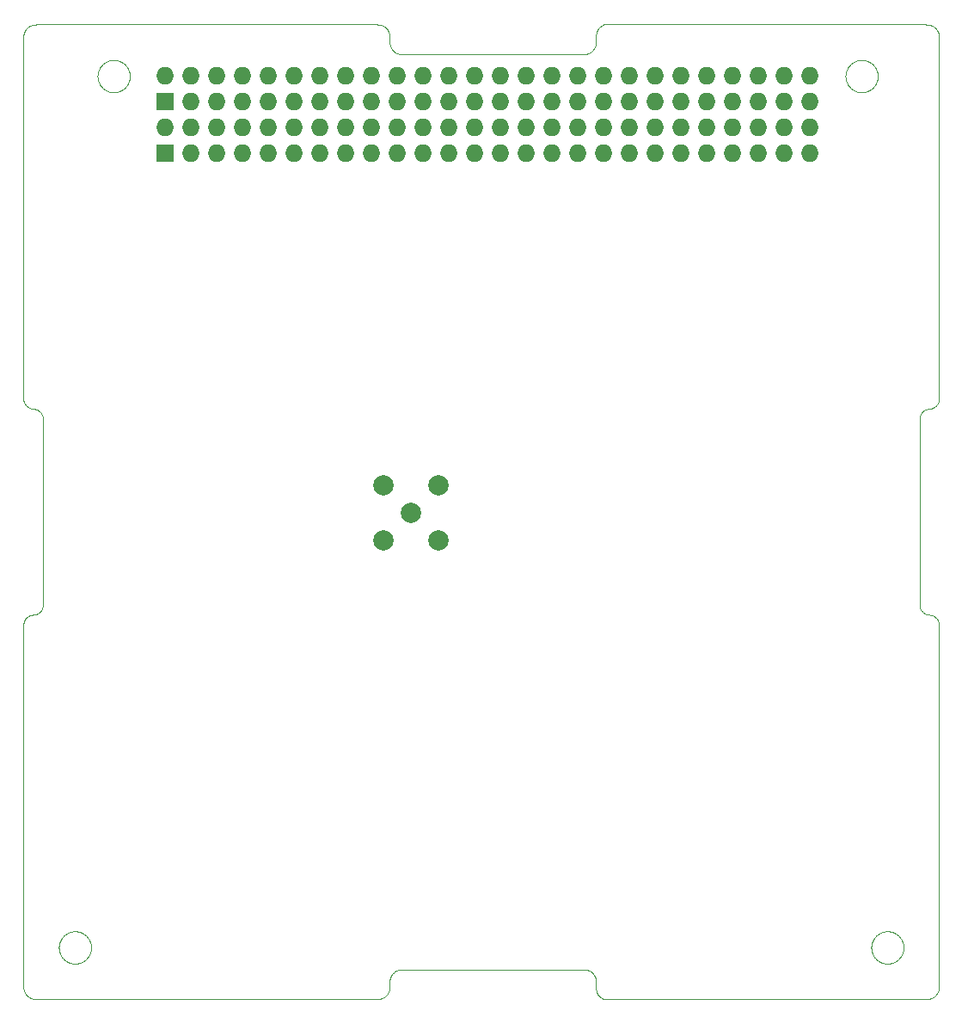
<source format=gbr>
G04 #@! TF.FileFunction,Soldermask,Bot*
%FSLAX46Y46*%
G04 Gerber Fmt 4.6, Leading zero omitted, Abs format (unit mm)*
G04 Created by KiCad (PCBNEW 4.0.3-1.fc24-product) date Sat Oct 15 21:26:50 2016*
%MOMM*%
%LPD*%
G01*
G04 APERTURE LIST*
%ADD10C,0.100000*%
%ADD11R,1.727200X1.727200*%
%ADD12O,1.727200X1.727200*%
%ADD13C,1.998980*%
G04 APERTURE END LIST*
D10*
X148181900Y-143153540D02*
X148181100Y-143103600D01*
X148184200Y-143203440D02*
X148181900Y-143153540D01*
X148188200Y-143253230D02*
X148184200Y-143203440D01*
X148193600Y-143302880D02*
X148188200Y-143253230D01*
X148200700Y-143352330D02*
X148193600Y-143302880D01*
X148209300Y-143401540D02*
X148200700Y-143352330D01*
X148219400Y-143450450D02*
X148209300Y-143401540D01*
X148231000Y-143499020D02*
X148219400Y-143450450D01*
X148244200Y-143547200D02*
X148231000Y-143499020D01*
X148258900Y-143594940D02*
X148244200Y-143547200D01*
X148275100Y-143642190D02*
X148258900Y-143594940D01*
X148292800Y-143688920D02*
X148275100Y-143642190D01*
X148311900Y-143735070D02*
X148292800Y-143688920D01*
X148332400Y-143780590D02*
X148311900Y-143735070D01*
X148354400Y-143825450D02*
X148332400Y-143780590D01*
X148377800Y-143869590D02*
X148354400Y-143825450D01*
X148402500Y-143912980D02*
X148377800Y-143869590D01*
X148428600Y-143955570D02*
X148402500Y-143912980D01*
X148456000Y-143997310D02*
X148428600Y-143955570D01*
X148484800Y-144038180D02*
X148456000Y-143997310D01*
X148514800Y-144078120D02*
X148484800Y-144038180D01*
X148546000Y-144117110D02*
X148514800Y-144078120D01*
X148578400Y-144155090D02*
X148546000Y-144117110D01*
X148612000Y-144192030D02*
X148578400Y-144155090D01*
X148646800Y-144227900D02*
X148612000Y-144192030D01*
X148682700Y-144262660D02*
X148646800Y-144227900D01*
X148719600Y-144296280D02*
X148682700Y-144262660D01*
X148757600Y-144328720D02*
X148719600Y-144296280D01*
X148796600Y-144359950D02*
X148757600Y-144328720D01*
X148836500Y-144389940D02*
X148796600Y-144359950D01*
X148877400Y-144418660D02*
X148836500Y-144389940D01*
X148919100Y-144446080D02*
X148877400Y-144418660D01*
X148961700Y-144472180D02*
X148919100Y-144446080D01*
X149005100Y-144496930D02*
X148961700Y-144472180D01*
X149049300Y-144520300D02*
X149005100Y-144496930D01*
X149094100Y-144542280D02*
X149049300Y-144520300D01*
X149139600Y-144562830D02*
X149094100Y-144542280D01*
X149185800Y-144581940D02*
X149139600Y-144562830D01*
X149232500Y-144599600D02*
X149185800Y-144581940D01*
X149279800Y-144615780D02*
X149232500Y-144599600D01*
X149327500Y-144630470D02*
X149279800Y-144615780D01*
X149375700Y-144643650D02*
X149327500Y-144630470D01*
X149424200Y-144655310D02*
X149375700Y-144643650D01*
X149473200Y-144665440D02*
X149424200Y-144655310D01*
X149522400Y-144674030D02*
X149473200Y-144665440D01*
X149571800Y-144681060D02*
X149522400Y-144674030D01*
X149621500Y-144686540D02*
X149571800Y-144681060D01*
X149671300Y-144690460D02*
X149621500Y-144686540D01*
X149721200Y-144692820D02*
X149671300Y-144690460D01*
X149771100Y-144693600D02*
X149721200Y-144692820D01*
X149821000Y-144692820D02*
X149771100Y-144693600D01*
X149870900Y-144690460D02*
X149821000Y-144692820D01*
X149920700Y-144686540D02*
X149870900Y-144690460D01*
X149970400Y-144681060D02*
X149920700Y-144686540D01*
X150019800Y-144674030D02*
X149970400Y-144681060D01*
X150069000Y-144665440D02*
X150019800Y-144674030D01*
X150117900Y-144655310D02*
X150069000Y-144665440D01*
X150166500Y-144643650D02*
X150117900Y-144655310D01*
X150214700Y-144630470D02*
X150166500Y-144643650D01*
X150262400Y-144615780D02*
X150214700Y-144630470D01*
X150309700Y-144599600D02*
X150262400Y-144615780D01*
X150356400Y-144581940D02*
X150309700Y-144599600D01*
X150402600Y-144562830D02*
X150356400Y-144581940D01*
X150448100Y-144542280D02*
X150402600Y-144562830D01*
X150492900Y-144520300D02*
X150448100Y-144542280D01*
X150537100Y-144496930D02*
X150492900Y-144520300D01*
X150580500Y-144472180D02*
X150537100Y-144496930D01*
X150623100Y-144446080D02*
X150580500Y-144472180D01*
X150664800Y-144418660D02*
X150623100Y-144446080D01*
X150705700Y-144389940D02*
X150664800Y-144418660D01*
X150745600Y-144359950D02*
X150705700Y-144389940D01*
X150784600Y-144328720D02*
X150745600Y-144359950D01*
X150822600Y-144296280D02*
X150784600Y-144328720D01*
X150859500Y-144262660D02*
X150822600Y-144296280D01*
X150895400Y-144227900D02*
X150859500Y-144262660D01*
X150930200Y-144192030D02*
X150895400Y-144227900D01*
X150963800Y-144155090D02*
X150930200Y-144192030D01*
X150996200Y-144117110D02*
X150963800Y-144155090D01*
X151027400Y-144078120D02*
X150996200Y-144117110D01*
X151057400Y-144038180D02*
X151027400Y-144078120D01*
X151086200Y-143997310D02*
X151057400Y-144038180D01*
X151113600Y-143955570D02*
X151086200Y-143997310D01*
X151139700Y-143912980D02*
X151113600Y-143955570D01*
X151164400Y-143869590D02*
X151139700Y-143912980D01*
X151187800Y-143825450D02*
X151164400Y-143869590D01*
X151209800Y-143780590D02*
X151187800Y-143825450D01*
X151230300Y-143735070D02*
X151209800Y-143780590D01*
X151249400Y-143688920D02*
X151230300Y-143735070D01*
X151267100Y-143642190D02*
X151249400Y-143688920D01*
X151283300Y-143594940D02*
X151267100Y-143642190D01*
X151298000Y-143547200D02*
X151283300Y-143594940D01*
X151311200Y-143499020D02*
X151298000Y-143547200D01*
X151322800Y-143450450D02*
X151311200Y-143499020D01*
X151332900Y-143401540D02*
X151322800Y-143450450D01*
X151341500Y-143352330D02*
X151332900Y-143401540D01*
X151348600Y-143302880D02*
X151341500Y-143352330D01*
X151354000Y-143253230D02*
X151348600Y-143302880D01*
X151358000Y-143203440D02*
X151354000Y-143253230D01*
X151360300Y-143153540D02*
X151358000Y-143203440D01*
X151361100Y-143103600D02*
X151360300Y-143153540D01*
X151360300Y-143053660D02*
X151361100Y-143103600D01*
X151358000Y-143003760D02*
X151360300Y-143053660D01*
X151354000Y-142953970D02*
X151358000Y-143003760D01*
X151348600Y-142904320D02*
X151354000Y-142953970D01*
X151341500Y-142854870D02*
X151348600Y-142904320D01*
X151332900Y-142805660D02*
X151341500Y-142854870D01*
X151322800Y-142756750D02*
X151332900Y-142805660D01*
X151311200Y-142708180D02*
X151322800Y-142756750D01*
X151298000Y-142660000D02*
X151311200Y-142708180D01*
X151283300Y-142612260D02*
X151298000Y-142660000D01*
X151267100Y-142565010D02*
X151283300Y-142612260D01*
X151249400Y-142518280D02*
X151267100Y-142565010D01*
X151230300Y-142472140D02*
X151249400Y-142518280D01*
X151209800Y-142426610D02*
X151230300Y-142472140D01*
X151187800Y-142381760D02*
X151209800Y-142426610D01*
X151164400Y-142337610D02*
X151187800Y-142381760D01*
X151139700Y-142294220D02*
X151164400Y-142337610D01*
X151113600Y-142251640D02*
X151139700Y-142294220D01*
X151086200Y-142209890D02*
X151113600Y-142251640D01*
X151057400Y-142169020D02*
X151086200Y-142209890D01*
X151027400Y-142129080D02*
X151057400Y-142169020D01*
X150996200Y-142090100D02*
X151027400Y-142129080D01*
X150963800Y-142052120D02*
X150996200Y-142090100D01*
X150930200Y-142015170D02*
X150963800Y-142052120D01*
X150895400Y-141979300D02*
X150930200Y-142015170D01*
X150859500Y-141944540D02*
X150895400Y-141979300D01*
X150822600Y-141910920D02*
X150859500Y-141944540D01*
X150784600Y-141878480D02*
X150822600Y-141910920D01*
X150745600Y-141847250D02*
X150784600Y-141878480D01*
X150705700Y-141817260D02*
X150745600Y-141847250D01*
X150664800Y-141788540D02*
X150705700Y-141817260D01*
X150623100Y-141761120D02*
X150664800Y-141788540D01*
X150580500Y-141735020D02*
X150623100Y-141761120D01*
X150537100Y-141710270D02*
X150580500Y-141735020D01*
X150492900Y-141686900D02*
X150537100Y-141710270D01*
X150448100Y-141664930D02*
X150492900Y-141686900D01*
X150402600Y-141644370D02*
X150448100Y-141664930D01*
X150356400Y-141625260D02*
X150402600Y-141644370D01*
X150309700Y-141607600D02*
X150356400Y-141625260D01*
X150262400Y-141591420D02*
X150309700Y-141607600D01*
X150214700Y-141576730D02*
X150262400Y-141591420D01*
X150166500Y-141563550D02*
X150214700Y-141576730D01*
X150117900Y-141551890D02*
X150166500Y-141563550D01*
X150069000Y-141541760D02*
X150117900Y-141551890D01*
X150019800Y-141533180D02*
X150069000Y-141541760D01*
X149970400Y-141526140D02*
X150019800Y-141533180D01*
X149920700Y-141520660D02*
X149970400Y-141526140D01*
X149870900Y-141516740D02*
X149920700Y-141520660D01*
X149821000Y-141514380D02*
X149870900Y-141516740D01*
X149771100Y-141513600D02*
X149821000Y-141514380D01*
X149721200Y-141514380D02*
X149771100Y-141513600D01*
X149671300Y-141516740D02*
X149721200Y-141514380D01*
X149621500Y-141520660D02*
X149671300Y-141516740D01*
X149571800Y-141526140D02*
X149621500Y-141520660D01*
X149522400Y-141533180D02*
X149571800Y-141526140D01*
X149473200Y-141541760D02*
X149522400Y-141533180D01*
X149424200Y-141551890D02*
X149473200Y-141541760D01*
X149375700Y-141563550D02*
X149424200Y-141551890D01*
X149327500Y-141576730D02*
X149375700Y-141563550D01*
X149279800Y-141591420D02*
X149327500Y-141576730D01*
X149232500Y-141607600D02*
X149279800Y-141591420D01*
X149185800Y-141625260D02*
X149232500Y-141607600D01*
X149139600Y-141644370D02*
X149185800Y-141625260D01*
X149094100Y-141664930D02*
X149139600Y-141644370D01*
X149049300Y-141686900D02*
X149094100Y-141664930D01*
X149005100Y-141710270D02*
X149049300Y-141686900D01*
X148961700Y-141735020D02*
X149005100Y-141710270D01*
X148919100Y-141761120D02*
X148961700Y-141735020D01*
X148877400Y-141788540D02*
X148919100Y-141761120D01*
X148836500Y-141817260D02*
X148877400Y-141788540D01*
X148796600Y-141847250D02*
X148836500Y-141817260D01*
X148757600Y-141878480D02*
X148796600Y-141847250D01*
X148719600Y-141910920D02*
X148757600Y-141878480D01*
X148682700Y-141944540D02*
X148719600Y-141910920D01*
X148646800Y-141979300D02*
X148682700Y-141944540D01*
X148612000Y-142015170D02*
X148646800Y-141979300D01*
X148578400Y-142052120D02*
X148612000Y-142015170D01*
X148546000Y-142090100D02*
X148578400Y-142052120D01*
X148514800Y-142129080D02*
X148546000Y-142090100D01*
X148484800Y-142169020D02*
X148514800Y-142129080D01*
X148456000Y-142209890D02*
X148484800Y-142169020D01*
X148428600Y-142251640D02*
X148456000Y-142209890D01*
X148402500Y-142294220D02*
X148428600Y-142251640D01*
X148377800Y-142337610D02*
X148402500Y-142294220D01*
X148354400Y-142381760D02*
X148377800Y-142337610D01*
X148332400Y-142426610D02*
X148354400Y-142381760D01*
X148311900Y-142472140D02*
X148332400Y-142426610D01*
X148292800Y-142518280D02*
X148311900Y-142472140D01*
X148275100Y-142565010D02*
X148292800Y-142518280D01*
X148258900Y-142612260D02*
X148275100Y-142565010D01*
X148244200Y-142660000D02*
X148258900Y-142612260D01*
X148231000Y-142708180D02*
X148244200Y-142660000D01*
X148219400Y-142756750D02*
X148231000Y-142708180D01*
X148209300Y-142805660D02*
X148219400Y-142756750D01*
X148200700Y-142854870D02*
X148209300Y-142805660D01*
X148193600Y-142904320D02*
X148200700Y-142854870D01*
X148188200Y-142953970D02*
X148193600Y-142904320D01*
X148184200Y-143003760D02*
X148188200Y-142953970D01*
X148181900Y-143053660D02*
X148184200Y-143003760D01*
X148181100Y-143103600D02*
X148181900Y-143053660D01*
X145641900Y-57423500D02*
X145641100Y-57373600D01*
X145644200Y-57473400D02*
X145641900Y-57423500D01*
X145648200Y-57523200D02*
X145644200Y-57473400D01*
X145653600Y-57572900D02*
X145648200Y-57523200D01*
X145660700Y-57622300D02*
X145653600Y-57572900D01*
X145669300Y-57671500D02*
X145660700Y-57622300D01*
X145679400Y-57720400D02*
X145669300Y-57671500D01*
X145691000Y-57769000D02*
X145679400Y-57720400D01*
X145704200Y-57817200D02*
X145691000Y-57769000D01*
X145718900Y-57864900D02*
X145704200Y-57817200D01*
X145735100Y-57912200D02*
X145718900Y-57864900D01*
X145752800Y-57958900D02*
X145735100Y-57912200D01*
X145771900Y-58005100D02*
X145752800Y-57958900D01*
X145792400Y-58050600D02*
X145771900Y-58005100D01*
X145814400Y-58095400D02*
X145792400Y-58050600D01*
X145837800Y-58139600D02*
X145814400Y-58095400D01*
X145862500Y-58183000D02*
X145837800Y-58139600D01*
X145888600Y-58225600D02*
X145862500Y-58183000D01*
X145916000Y-58267300D02*
X145888600Y-58225600D01*
X145944800Y-58308200D02*
X145916000Y-58267300D01*
X145974800Y-58348100D02*
X145944800Y-58308200D01*
X146006000Y-58387100D02*
X145974800Y-58348100D01*
X146038400Y-58425100D02*
X146006000Y-58387100D01*
X146072000Y-58462000D02*
X146038400Y-58425100D01*
X146106800Y-58497900D02*
X146072000Y-58462000D01*
X146142700Y-58532700D02*
X146106800Y-58497900D01*
X146179600Y-58566300D02*
X146142700Y-58532700D01*
X146217600Y-58598700D02*
X146179600Y-58566300D01*
X146256600Y-58630000D02*
X146217600Y-58598700D01*
X146296500Y-58659900D02*
X146256600Y-58630000D01*
X146337400Y-58688700D02*
X146296500Y-58659900D01*
X146379100Y-58716100D02*
X146337400Y-58688700D01*
X146421700Y-58742200D02*
X146379100Y-58716100D01*
X146465100Y-58766900D02*
X146421700Y-58742200D01*
X146509300Y-58790300D02*
X146465100Y-58766900D01*
X146554100Y-58812300D02*
X146509300Y-58790300D01*
X146599600Y-58832800D02*
X146554100Y-58812300D01*
X146645800Y-58851900D02*
X146599600Y-58832800D01*
X146692500Y-58869600D02*
X146645800Y-58851900D01*
X146739800Y-58885800D02*
X146692500Y-58869600D01*
X146787500Y-58900500D02*
X146739800Y-58885800D01*
X146835700Y-58913600D02*
X146787500Y-58900500D01*
X146884300Y-58925300D02*
X146835700Y-58913600D01*
X146933200Y-58935400D02*
X146884300Y-58925300D01*
X146982400Y-58944000D02*
X146933200Y-58935400D01*
X147031800Y-58951100D02*
X146982400Y-58944000D01*
X147081500Y-58956500D02*
X147031800Y-58951100D01*
X147131300Y-58960500D02*
X147081500Y-58956500D01*
X147181200Y-58962800D02*
X147131300Y-58960500D01*
X147231100Y-58963600D02*
X147181200Y-58962800D01*
X147281000Y-58962800D02*
X147231100Y-58963600D01*
X147330900Y-58960500D02*
X147281000Y-58962800D01*
X147380700Y-58956500D02*
X147330900Y-58960500D01*
X147430400Y-58951100D02*
X147380700Y-58956500D01*
X147479800Y-58944000D02*
X147430400Y-58951100D01*
X147529000Y-58935400D02*
X147479800Y-58944000D01*
X147578000Y-58925300D02*
X147529000Y-58935400D01*
X147626500Y-58913600D02*
X147578000Y-58925300D01*
X147674700Y-58900500D02*
X147626500Y-58913600D01*
X147722400Y-58885800D02*
X147674700Y-58900500D01*
X147769700Y-58869600D02*
X147722400Y-58885800D01*
X147816400Y-58851900D02*
X147769700Y-58869600D01*
X147862600Y-58832800D02*
X147816400Y-58851900D01*
X147908100Y-58812300D02*
X147862600Y-58832800D01*
X147952900Y-58790300D02*
X147908100Y-58812300D01*
X147997100Y-58766900D02*
X147952900Y-58790300D01*
X148040500Y-58742200D02*
X147997100Y-58766900D01*
X148083100Y-58716100D02*
X148040500Y-58742200D01*
X148124800Y-58688700D02*
X148083100Y-58716100D01*
X148165700Y-58659900D02*
X148124800Y-58688700D01*
X148205600Y-58630000D02*
X148165700Y-58659900D01*
X148244600Y-58598700D02*
X148205600Y-58630000D01*
X148282600Y-58566300D02*
X148244600Y-58598700D01*
X148319500Y-58532700D02*
X148282600Y-58566300D01*
X148355400Y-58497900D02*
X148319500Y-58532700D01*
X148390200Y-58462000D02*
X148355400Y-58497900D01*
X148423800Y-58425100D02*
X148390200Y-58462000D01*
X148456200Y-58387100D02*
X148423800Y-58425100D01*
X148487400Y-58348100D02*
X148456200Y-58387100D01*
X148517400Y-58308200D02*
X148487400Y-58348100D01*
X148546200Y-58267300D02*
X148517400Y-58308200D01*
X148573600Y-58225600D02*
X148546200Y-58267300D01*
X148599700Y-58183000D02*
X148573600Y-58225600D01*
X148624400Y-58139600D02*
X148599700Y-58183000D01*
X148647800Y-58095400D02*
X148624400Y-58139600D01*
X148669800Y-58050600D02*
X148647800Y-58095400D01*
X148690300Y-58005100D02*
X148669800Y-58050600D01*
X148709400Y-57958900D02*
X148690300Y-58005100D01*
X148727100Y-57912200D02*
X148709400Y-57958900D01*
X148743300Y-57864900D02*
X148727100Y-57912200D01*
X148758000Y-57817200D02*
X148743300Y-57864900D01*
X148771100Y-57769000D02*
X148758000Y-57817200D01*
X148782800Y-57720400D02*
X148771100Y-57769000D01*
X148792900Y-57671500D02*
X148782800Y-57720400D01*
X148801500Y-57622300D02*
X148792900Y-57671500D01*
X148808600Y-57572900D02*
X148801500Y-57622300D01*
X148814000Y-57523200D02*
X148808600Y-57572900D01*
X148818000Y-57473400D02*
X148814000Y-57523200D01*
X148820300Y-57423500D02*
X148818000Y-57473400D01*
X148821100Y-57373600D02*
X148820300Y-57423500D01*
X148820300Y-57323700D02*
X148821100Y-57373600D01*
X148818000Y-57273800D02*
X148820300Y-57323700D01*
X148814000Y-57224000D02*
X148818000Y-57273800D01*
X148808600Y-57174300D02*
X148814000Y-57224000D01*
X148801500Y-57124900D02*
X148808600Y-57174300D01*
X148792900Y-57075700D02*
X148801500Y-57124900D01*
X148782800Y-57026800D02*
X148792900Y-57075700D01*
X148771100Y-56978200D02*
X148782800Y-57026800D01*
X148758000Y-56930000D02*
X148771100Y-56978200D01*
X148743300Y-56882300D02*
X148758000Y-56930000D01*
X148727100Y-56835000D02*
X148743300Y-56882300D01*
X148709400Y-56788300D02*
X148727100Y-56835000D01*
X148690300Y-56742100D02*
X148709400Y-56788300D01*
X148669800Y-56696600D02*
X148690300Y-56742100D01*
X148647800Y-56651800D02*
X148669800Y-56696600D01*
X148624400Y-56607600D02*
X148647800Y-56651800D01*
X148599700Y-56564200D02*
X148624400Y-56607600D01*
X148573600Y-56521600D02*
X148599700Y-56564200D01*
X148546200Y-56479900D02*
X148573600Y-56521600D01*
X148517400Y-56439000D02*
X148546200Y-56479900D01*
X148487400Y-56399100D02*
X148517400Y-56439000D01*
X148456200Y-56360100D02*
X148487400Y-56399100D01*
X148423800Y-56322100D02*
X148456200Y-56360100D01*
X148390200Y-56285200D02*
X148423800Y-56322100D01*
X148355400Y-56249300D02*
X148390200Y-56285200D01*
X148319500Y-56214500D02*
X148355400Y-56249300D01*
X148282600Y-56180900D02*
X148319500Y-56214500D01*
X148244600Y-56148500D02*
X148282600Y-56180900D01*
X148205600Y-56117300D02*
X148244600Y-56148500D01*
X148165700Y-56087300D02*
X148205600Y-56117300D01*
X148124800Y-56058500D02*
X148165700Y-56087300D01*
X148083100Y-56031100D02*
X148124800Y-56058500D01*
X148040500Y-56005000D02*
X148083100Y-56031100D01*
X147997100Y-55980300D02*
X148040500Y-56005000D01*
X147952900Y-55956900D02*
X147997100Y-55980300D01*
X147908100Y-55934900D02*
X147952900Y-55956900D01*
X147862600Y-55914400D02*
X147908100Y-55934900D01*
X147816400Y-55895300D02*
X147862600Y-55914400D01*
X147769700Y-55877600D02*
X147816400Y-55895300D01*
X147722400Y-55861400D02*
X147769700Y-55877600D01*
X147674700Y-55846700D02*
X147722400Y-55861400D01*
X147626500Y-55833600D02*
X147674700Y-55846700D01*
X147578000Y-55821900D02*
X147626500Y-55833600D01*
X147529000Y-55811800D02*
X147578000Y-55821900D01*
X147479800Y-55803200D02*
X147529000Y-55811800D01*
X147430400Y-55796100D02*
X147479800Y-55803200D01*
X147380700Y-55790700D02*
X147430400Y-55796100D01*
X147330900Y-55786700D02*
X147380700Y-55790700D01*
X147281000Y-55784400D02*
X147330900Y-55786700D01*
X147231100Y-55783600D02*
X147281000Y-55784400D01*
X147181200Y-55784400D02*
X147231100Y-55783600D01*
X147131300Y-55786700D02*
X147181200Y-55784400D01*
X147081500Y-55790700D02*
X147131300Y-55786700D01*
X147031800Y-55796100D02*
X147081500Y-55790700D01*
X146982400Y-55803200D02*
X147031800Y-55796100D01*
X146933200Y-55811800D02*
X146982400Y-55803200D01*
X146884300Y-55821900D02*
X146933200Y-55811800D01*
X146835700Y-55833600D02*
X146884300Y-55821900D01*
X146787500Y-55846700D02*
X146835700Y-55833600D01*
X146739800Y-55861400D02*
X146787500Y-55846700D01*
X146692500Y-55877600D02*
X146739800Y-55861400D01*
X146645800Y-55895300D02*
X146692500Y-55877600D01*
X146599600Y-55914400D02*
X146645800Y-55895300D01*
X146554100Y-55934900D02*
X146599600Y-55914400D01*
X146509300Y-55956900D02*
X146554100Y-55934900D01*
X146465100Y-55980300D02*
X146509300Y-55956900D01*
X146421700Y-56005000D02*
X146465100Y-55980300D01*
X146379100Y-56031100D02*
X146421700Y-56005000D01*
X146337400Y-56058500D02*
X146379100Y-56031100D01*
X146296500Y-56087300D02*
X146337400Y-56058500D01*
X146256600Y-56117300D02*
X146296500Y-56087300D01*
X146217600Y-56148500D02*
X146256600Y-56117300D01*
X146179600Y-56180900D02*
X146217600Y-56148500D01*
X146142700Y-56214500D02*
X146179600Y-56180900D01*
X146106800Y-56249300D02*
X146142700Y-56214500D01*
X146072000Y-56285200D02*
X146106800Y-56249300D01*
X146038400Y-56322100D02*
X146072000Y-56285200D01*
X146006000Y-56360100D02*
X146038400Y-56322100D01*
X145974800Y-56399100D02*
X146006000Y-56360100D01*
X145944800Y-56439000D02*
X145974800Y-56399100D01*
X145916000Y-56479900D02*
X145944800Y-56439000D01*
X145888600Y-56521600D02*
X145916000Y-56479900D01*
X145862500Y-56564200D02*
X145888600Y-56521600D01*
X145837800Y-56607600D02*
X145862500Y-56564200D01*
X145814400Y-56651800D02*
X145837800Y-56607600D01*
X145792400Y-56696600D02*
X145814400Y-56651800D01*
X145771900Y-56742100D02*
X145792400Y-56696600D01*
X145752800Y-56788300D02*
X145771900Y-56742100D01*
X145735100Y-56835000D02*
X145752800Y-56788300D01*
X145718900Y-56882300D02*
X145735100Y-56835000D01*
X145704200Y-56930000D02*
X145718900Y-56882300D01*
X145691000Y-56978200D02*
X145704200Y-56930000D01*
X145679400Y-57026800D02*
X145691000Y-56978200D01*
X145669300Y-57075700D02*
X145679400Y-57026800D01*
X145660700Y-57124900D02*
X145669300Y-57075700D01*
X145653600Y-57174300D02*
X145660700Y-57124900D01*
X145648200Y-57224000D02*
X145653600Y-57174300D01*
X145644200Y-57273800D02*
X145648200Y-57224000D01*
X145641900Y-57323700D02*
X145644200Y-57273800D01*
X145641100Y-57373600D02*
X145641900Y-57323700D01*
X71981880Y-57423500D02*
X71981100Y-57373600D01*
X71984240Y-57473400D02*
X71981880Y-57423500D01*
X71988160Y-57523200D02*
X71984240Y-57473400D01*
X71993640Y-57572900D02*
X71988160Y-57523200D01*
X72000680Y-57622300D02*
X71993640Y-57572900D01*
X72009260Y-57671500D02*
X72000680Y-57622300D01*
X72019390Y-57720400D02*
X72009260Y-57671500D01*
X72031050Y-57769000D02*
X72019390Y-57720400D01*
X72044230Y-57817200D02*
X72031050Y-57769000D01*
X72058920Y-57864900D02*
X72044230Y-57817200D01*
X72075100Y-57912200D02*
X72058920Y-57864900D01*
X72092750Y-57958900D02*
X72075100Y-57912200D01*
X72111870Y-58005100D02*
X72092750Y-57958900D01*
X72132420Y-58050600D02*
X72111870Y-58005100D01*
X72154400Y-58095400D02*
X72132420Y-58050600D01*
X72177770Y-58139600D02*
X72154400Y-58095400D01*
X72202520Y-58183000D02*
X72177770Y-58139600D01*
X72228620Y-58225600D02*
X72202520Y-58183000D01*
X72256040Y-58267300D02*
X72228620Y-58225600D01*
X72284760Y-58308200D02*
X72256040Y-58267300D01*
X72314750Y-58348100D02*
X72284760Y-58308200D01*
X72345980Y-58387100D02*
X72314750Y-58348100D01*
X72378420Y-58425100D02*
X72345980Y-58387100D01*
X72412040Y-58462000D02*
X72378420Y-58425100D01*
X72446800Y-58497900D02*
X72412040Y-58462000D01*
X72482670Y-58532700D02*
X72446800Y-58497900D01*
X72519610Y-58566300D02*
X72482670Y-58532700D01*
X72557600Y-58598700D02*
X72519610Y-58566300D01*
X72596580Y-58630000D02*
X72557600Y-58598700D01*
X72636520Y-58659900D02*
X72596580Y-58630000D01*
X72677390Y-58688700D02*
X72636520Y-58659900D01*
X72719140Y-58716100D02*
X72677390Y-58688700D01*
X72761720Y-58742200D02*
X72719140Y-58716100D01*
X72805110Y-58766900D02*
X72761720Y-58742200D01*
X72849250Y-58790300D02*
X72805110Y-58766900D01*
X72894110Y-58812300D02*
X72849250Y-58790300D01*
X72939630Y-58832800D02*
X72894110Y-58812300D01*
X72985780Y-58851900D02*
X72939630Y-58832800D01*
X73032510Y-58869600D02*
X72985780Y-58851900D01*
X73079760Y-58885800D02*
X73032510Y-58869600D01*
X73127500Y-58900500D02*
X73079760Y-58885800D01*
X73175680Y-58913600D02*
X73127500Y-58900500D01*
X73224250Y-58925300D02*
X73175680Y-58913600D01*
X73273160Y-58935400D02*
X73224250Y-58925300D01*
X73322370Y-58944000D02*
X73273160Y-58935400D01*
X73371820Y-58951100D02*
X73322370Y-58944000D01*
X73421470Y-58956500D02*
X73371820Y-58951100D01*
X73471260Y-58960500D02*
X73421470Y-58956500D01*
X73521160Y-58962800D02*
X73471260Y-58960500D01*
X73571100Y-58963600D02*
X73521160Y-58962800D01*
X73621040Y-58962800D02*
X73571100Y-58963600D01*
X73670940Y-58960500D02*
X73621040Y-58962800D01*
X73720730Y-58956500D02*
X73670940Y-58960500D01*
X73770380Y-58951100D02*
X73720730Y-58956500D01*
X73819830Y-58944000D02*
X73770380Y-58951100D01*
X73869040Y-58935400D02*
X73819830Y-58944000D01*
X73917950Y-58925300D02*
X73869040Y-58935400D01*
X73966520Y-58913600D02*
X73917950Y-58925300D01*
X74014700Y-58900500D02*
X73966520Y-58913600D01*
X74062440Y-58885800D02*
X74014700Y-58900500D01*
X74109690Y-58869600D02*
X74062440Y-58885800D01*
X74156420Y-58851900D02*
X74109690Y-58869600D01*
X74202560Y-58832800D02*
X74156420Y-58851900D01*
X74248090Y-58812300D02*
X74202560Y-58832800D01*
X74292940Y-58790300D02*
X74248090Y-58812300D01*
X74337090Y-58766900D02*
X74292940Y-58790300D01*
X74380480Y-58742200D02*
X74337090Y-58766900D01*
X74423060Y-58716100D02*
X74380480Y-58742200D01*
X74464810Y-58688700D02*
X74423060Y-58716100D01*
X74505680Y-58659900D02*
X74464810Y-58688700D01*
X74545620Y-58630000D02*
X74505680Y-58659900D01*
X74584600Y-58598700D02*
X74545620Y-58630000D01*
X74622590Y-58566300D02*
X74584600Y-58598700D01*
X74659530Y-58532700D02*
X74622590Y-58566300D01*
X74695400Y-58497900D02*
X74659530Y-58532700D01*
X74730200Y-58462000D02*
X74695400Y-58497900D01*
X74763800Y-58425100D02*
X74730200Y-58462000D01*
X74796200Y-58387100D02*
X74763800Y-58425100D01*
X74827400Y-58348100D02*
X74796200Y-58387100D01*
X74857400Y-58308200D02*
X74827400Y-58348100D01*
X74886200Y-58267300D02*
X74857400Y-58308200D01*
X74913600Y-58225600D02*
X74886200Y-58267300D01*
X74939700Y-58183000D02*
X74913600Y-58225600D01*
X74964400Y-58139600D02*
X74939700Y-58183000D01*
X74987800Y-58095400D02*
X74964400Y-58139600D01*
X75009800Y-58050600D02*
X74987800Y-58095400D01*
X75030300Y-58005100D02*
X75009800Y-58050600D01*
X75049400Y-57958900D02*
X75030300Y-58005100D01*
X75067100Y-57912200D02*
X75049400Y-57958900D01*
X75083300Y-57864900D02*
X75067100Y-57912200D01*
X75098000Y-57817200D02*
X75083300Y-57864900D01*
X75111100Y-57769000D02*
X75098000Y-57817200D01*
X75122800Y-57720400D02*
X75111100Y-57769000D01*
X75132900Y-57671500D02*
X75122800Y-57720400D01*
X75141500Y-57622300D02*
X75132900Y-57671500D01*
X75148600Y-57572900D02*
X75141500Y-57622300D01*
X75154000Y-57523200D02*
X75148600Y-57572900D01*
X75158000Y-57473400D02*
X75154000Y-57523200D01*
X75160300Y-57423500D02*
X75158000Y-57473400D01*
X75161100Y-57373600D02*
X75160300Y-57423500D01*
X75160300Y-57323700D02*
X75161100Y-57373600D01*
X75158000Y-57273800D02*
X75160300Y-57323700D01*
X75154000Y-57224000D02*
X75158000Y-57273800D01*
X75148600Y-57174300D02*
X75154000Y-57224000D01*
X75141500Y-57124900D02*
X75148600Y-57174300D01*
X75132900Y-57075700D02*
X75141500Y-57124900D01*
X75122800Y-57026800D02*
X75132900Y-57075700D01*
X75111100Y-56978200D02*
X75122800Y-57026800D01*
X75098000Y-56930000D02*
X75111100Y-56978200D01*
X75083300Y-56882300D02*
X75098000Y-56930000D01*
X75067100Y-56835000D02*
X75083300Y-56882300D01*
X75049400Y-56788300D02*
X75067100Y-56835000D01*
X75030300Y-56742100D02*
X75049400Y-56788300D01*
X75009800Y-56696600D02*
X75030300Y-56742100D01*
X74987800Y-56651800D02*
X75009800Y-56696600D01*
X74964400Y-56607600D02*
X74987800Y-56651800D01*
X74939700Y-56564200D02*
X74964400Y-56607600D01*
X74913600Y-56521600D02*
X74939700Y-56564200D01*
X74886200Y-56479900D02*
X74913600Y-56521600D01*
X74857400Y-56439000D02*
X74886200Y-56479900D01*
X74827400Y-56399100D02*
X74857400Y-56439000D01*
X74796200Y-56360100D02*
X74827400Y-56399100D01*
X74763800Y-56322100D02*
X74796200Y-56360100D01*
X74730200Y-56285200D02*
X74763800Y-56322100D01*
X74695400Y-56249300D02*
X74730200Y-56285200D01*
X74659530Y-56214500D02*
X74695400Y-56249300D01*
X74622590Y-56180900D02*
X74659530Y-56214500D01*
X74584600Y-56148500D02*
X74622590Y-56180900D01*
X74545620Y-56117300D02*
X74584600Y-56148500D01*
X74505680Y-56087300D02*
X74545620Y-56117300D01*
X74464810Y-56058500D02*
X74505680Y-56087300D01*
X74423060Y-56031100D02*
X74464810Y-56058500D01*
X74380480Y-56005000D02*
X74423060Y-56031100D01*
X74337090Y-55980300D02*
X74380480Y-56005000D01*
X74292940Y-55956900D02*
X74337090Y-55980300D01*
X74248090Y-55934900D02*
X74292940Y-55956900D01*
X74202560Y-55914400D02*
X74248090Y-55934900D01*
X74156420Y-55895300D02*
X74202560Y-55914400D01*
X74109690Y-55877600D02*
X74156420Y-55895300D01*
X74062440Y-55861400D02*
X74109690Y-55877600D01*
X74014700Y-55846700D02*
X74062440Y-55861400D01*
X73966520Y-55833600D02*
X74014700Y-55846700D01*
X73917950Y-55821900D02*
X73966520Y-55833600D01*
X73869040Y-55811800D02*
X73917950Y-55821900D01*
X73819830Y-55803200D02*
X73869040Y-55811800D01*
X73770380Y-55796100D02*
X73819830Y-55803200D01*
X73720730Y-55790700D02*
X73770380Y-55796100D01*
X73670940Y-55786700D02*
X73720730Y-55790700D01*
X73621040Y-55784400D02*
X73670940Y-55786700D01*
X73571100Y-55783600D02*
X73621040Y-55784400D01*
X73521160Y-55784400D02*
X73571100Y-55783600D01*
X73471260Y-55786700D02*
X73521160Y-55784400D01*
X73421470Y-55790700D02*
X73471260Y-55786700D01*
X73371820Y-55796100D02*
X73421470Y-55790700D01*
X73322370Y-55803200D02*
X73371820Y-55796100D01*
X73273160Y-55811800D02*
X73322370Y-55803200D01*
X73224250Y-55821900D02*
X73273160Y-55811800D01*
X73175680Y-55833600D02*
X73224250Y-55821900D01*
X73127500Y-55846700D02*
X73175680Y-55833600D01*
X73079760Y-55861400D02*
X73127500Y-55846700D01*
X73032510Y-55877600D02*
X73079760Y-55861400D01*
X72985780Y-55895300D02*
X73032510Y-55877600D01*
X72939630Y-55914400D02*
X72985780Y-55895300D01*
X72894110Y-55934900D02*
X72939630Y-55914400D01*
X72849250Y-55956900D02*
X72894110Y-55934900D01*
X72805110Y-55980300D02*
X72849250Y-55956900D01*
X72761720Y-56005000D02*
X72805110Y-55980300D01*
X72719140Y-56031100D02*
X72761720Y-56005000D01*
X72677390Y-56058500D02*
X72719140Y-56031100D01*
X72636520Y-56087300D02*
X72677390Y-56058500D01*
X72596580Y-56117300D02*
X72636520Y-56087300D01*
X72557600Y-56148500D02*
X72596580Y-56117300D01*
X72519610Y-56180900D02*
X72557600Y-56148500D01*
X72482670Y-56214500D02*
X72519610Y-56180900D01*
X72446800Y-56249300D02*
X72482670Y-56214500D01*
X72412040Y-56285200D02*
X72446800Y-56249300D01*
X72378420Y-56322100D02*
X72412040Y-56285200D01*
X72345980Y-56360100D02*
X72378420Y-56322100D01*
X72314750Y-56399100D02*
X72345980Y-56360100D01*
X72284760Y-56439000D02*
X72314750Y-56399100D01*
X72256040Y-56479900D02*
X72284760Y-56439000D01*
X72228620Y-56521600D02*
X72256040Y-56479900D01*
X72202520Y-56564200D02*
X72228620Y-56521600D01*
X72177770Y-56607600D02*
X72202520Y-56564200D01*
X72154400Y-56651800D02*
X72177770Y-56607600D01*
X72132420Y-56696600D02*
X72154400Y-56651800D01*
X72111870Y-56742100D02*
X72132420Y-56696600D01*
X72092750Y-56788300D02*
X72111870Y-56742100D01*
X72075100Y-56835000D02*
X72092750Y-56788300D01*
X72058920Y-56882300D02*
X72075100Y-56835000D01*
X72044230Y-56930000D02*
X72058920Y-56882300D01*
X72031050Y-56978200D02*
X72044230Y-56930000D01*
X72019390Y-57026800D02*
X72031050Y-56978200D01*
X72009260Y-57075700D02*
X72019390Y-57026800D01*
X72000680Y-57124900D02*
X72009260Y-57075700D01*
X71993640Y-57174300D02*
X72000680Y-57124900D01*
X71988160Y-57224000D02*
X71993640Y-57174300D01*
X71984240Y-57273800D02*
X71988160Y-57224000D01*
X71981880Y-57323700D02*
X71984240Y-57273800D01*
X71981100Y-57373600D02*
X71981880Y-57323700D01*
X68171880Y-143153540D02*
X68171100Y-143103600D01*
X68174240Y-143203440D02*
X68171880Y-143153540D01*
X68178160Y-143253230D02*
X68174240Y-143203440D01*
X68183640Y-143302880D02*
X68178160Y-143253230D01*
X68190670Y-143352330D02*
X68183640Y-143302880D01*
X68199260Y-143401540D02*
X68190670Y-143352330D01*
X68209390Y-143450450D02*
X68199260Y-143401540D01*
X68221050Y-143499020D02*
X68209390Y-143450450D01*
X68234230Y-143547200D02*
X68221050Y-143499020D01*
X68248920Y-143594940D02*
X68234230Y-143547200D01*
X68265100Y-143642190D02*
X68248920Y-143594940D01*
X68282760Y-143688920D02*
X68265100Y-143642190D01*
X68301870Y-143735070D02*
X68282760Y-143688920D01*
X68322420Y-143780590D02*
X68301870Y-143735070D01*
X68344400Y-143825450D02*
X68322420Y-143780590D01*
X68367770Y-143869590D02*
X68344400Y-143825450D01*
X68392520Y-143912980D02*
X68367770Y-143869590D01*
X68418620Y-143955570D02*
X68392520Y-143912980D01*
X68446040Y-143997310D02*
X68418620Y-143955570D01*
X68474760Y-144038180D02*
X68446040Y-143997310D01*
X68504750Y-144078120D02*
X68474760Y-144038180D01*
X68535980Y-144117110D02*
X68504750Y-144078120D01*
X68568420Y-144155090D02*
X68535980Y-144117110D01*
X68602040Y-144192030D02*
X68568420Y-144155090D01*
X68636800Y-144227900D02*
X68602040Y-144192030D01*
X68672670Y-144262660D02*
X68636800Y-144227900D01*
X68709610Y-144296280D02*
X68672670Y-144262660D01*
X68747590Y-144328720D02*
X68709610Y-144296280D01*
X68786580Y-144359950D02*
X68747590Y-144328720D01*
X68826520Y-144389940D02*
X68786580Y-144359950D01*
X68867390Y-144418660D02*
X68826520Y-144389940D01*
X68909130Y-144446080D02*
X68867390Y-144418660D01*
X68951720Y-144472180D02*
X68909130Y-144446080D01*
X68995110Y-144496930D02*
X68951720Y-144472180D01*
X69039250Y-144520300D02*
X68995110Y-144496930D01*
X69084110Y-144542280D02*
X69039250Y-144520300D01*
X69129630Y-144562830D02*
X69084110Y-144542280D01*
X69175780Y-144581940D02*
X69129630Y-144562830D01*
X69222510Y-144599600D02*
X69175780Y-144581940D01*
X69269760Y-144615780D02*
X69222510Y-144599600D01*
X69317500Y-144630470D02*
X69269760Y-144615780D01*
X69365680Y-144643650D02*
X69317500Y-144630470D01*
X69414250Y-144655310D02*
X69365680Y-144643650D01*
X69463160Y-144665440D02*
X69414250Y-144655310D01*
X69512370Y-144674030D02*
X69463160Y-144665440D01*
X69561820Y-144681060D02*
X69512370Y-144674030D01*
X69611470Y-144686540D02*
X69561820Y-144681060D01*
X69661260Y-144690460D02*
X69611470Y-144686540D01*
X69711160Y-144692820D02*
X69661260Y-144690460D01*
X69761100Y-144693600D02*
X69711160Y-144692820D01*
X69811040Y-144692820D02*
X69761100Y-144693600D01*
X69860940Y-144690460D02*
X69811040Y-144692820D01*
X69910730Y-144686540D02*
X69860940Y-144690460D01*
X69960380Y-144681060D02*
X69910730Y-144686540D01*
X70009830Y-144674030D02*
X69960380Y-144681060D01*
X70059040Y-144665440D02*
X70009830Y-144674030D01*
X70107950Y-144655310D02*
X70059040Y-144665440D01*
X70156520Y-144643650D02*
X70107950Y-144655310D01*
X70204700Y-144630470D02*
X70156520Y-144643650D01*
X70252440Y-144615780D02*
X70204700Y-144630470D01*
X70299690Y-144599600D02*
X70252440Y-144615780D01*
X70346420Y-144581940D02*
X70299690Y-144599600D01*
X70392560Y-144562830D02*
X70346420Y-144581940D01*
X70438090Y-144542280D02*
X70392560Y-144562830D01*
X70482940Y-144520300D02*
X70438090Y-144542280D01*
X70527090Y-144496930D02*
X70482940Y-144520300D01*
X70570480Y-144472180D02*
X70527090Y-144496930D01*
X70613060Y-144446080D02*
X70570480Y-144472180D01*
X70654810Y-144418660D02*
X70613060Y-144446080D01*
X70695680Y-144389940D02*
X70654810Y-144418660D01*
X70735620Y-144359950D02*
X70695680Y-144389940D01*
X70774600Y-144328720D02*
X70735620Y-144359950D01*
X70812580Y-144296280D02*
X70774600Y-144328720D01*
X70849530Y-144262660D02*
X70812580Y-144296280D01*
X70885400Y-144227900D02*
X70849530Y-144262660D01*
X70920160Y-144192030D02*
X70885400Y-144227900D01*
X70953780Y-144155090D02*
X70920160Y-144192030D01*
X70986220Y-144117110D02*
X70953780Y-144155090D01*
X71017450Y-144078120D02*
X70986220Y-144117110D01*
X71047440Y-144038180D02*
X71017450Y-144078120D01*
X71076160Y-143997310D02*
X71047440Y-144038180D01*
X71103580Y-143955570D02*
X71076160Y-143997310D01*
X71129680Y-143912980D02*
X71103580Y-143955570D01*
X71154430Y-143869590D02*
X71129680Y-143912980D01*
X71177800Y-143825450D02*
X71154430Y-143869590D01*
X71199770Y-143780590D02*
X71177800Y-143825450D01*
X71220330Y-143735070D02*
X71199770Y-143780590D01*
X71239440Y-143688920D02*
X71220330Y-143735070D01*
X71257100Y-143642190D02*
X71239440Y-143688920D01*
X71273280Y-143594940D02*
X71257100Y-143642190D01*
X71287970Y-143547200D02*
X71273280Y-143594940D01*
X71301150Y-143499020D02*
X71287970Y-143547200D01*
X71312810Y-143450450D02*
X71301150Y-143499020D01*
X71322940Y-143401540D02*
X71312810Y-143450450D01*
X71331520Y-143352330D02*
X71322940Y-143401540D01*
X71338560Y-143302880D02*
X71331520Y-143352330D01*
X71344040Y-143253230D02*
X71338560Y-143302880D01*
X71347960Y-143203440D02*
X71344040Y-143253230D01*
X71350320Y-143153540D02*
X71347960Y-143203440D01*
X71351100Y-143103600D02*
X71350320Y-143153540D01*
X71350320Y-143053660D02*
X71351100Y-143103600D01*
X71347960Y-143003760D02*
X71350320Y-143053660D01*
X71344040Y-142953970D02*
X71347960Y-143003760D01*
X71338560Y-142904320D02*
X71344040Y-142953970D01*
X71331520Y-142854870D02*
X71338560Y-142904320D01*
X71322940Y-142805660D02*
X71331520Y-142854870D01*
X71312810Y-142756750D02*
X71322940Y-142805660D01*
X71301150Y-142708180D02*
X71312810Y-142756750D01*
X71287970Y-142660000D02*
X71301150Y-142708180D01*
X71273280Y-142612260D02*
X71287970Y-142660000D01*
X71257100Y-142565010D02*
X71273280Y-142612260D01*
X71239440Y-142518280D02*
X71257100Y-142565010D01*
X71220330Y-142472140D02*
X71239440Y-142518280D01*
X71199770Y-142426610D02*
X71220330Y-142472140D01*
X71177800Y-142381760D02*
X71199770Y-142426610D01*
X71154430Y-142337610D02*
X71177800Y-142381760D01*
X71129680Y-142294220D02*
X71154430Y-142337610D01*
X71103580Y-142251640D02*
X71129680Y-142294220D01*
X71076160Y-142209890D02*
X71103580Y-142251640D01*
X71047440Y-142169020D02*
X71076160Y-142209890D01*
X71017450Y-142129080D02*
X71047440Y-142169020D01*
X70986220Y-142090100D02*
X71017450Y-142129080D01*
X70953780Y-142052120D02*
X70986220Y-142090100D01*
X70920160Y-142015170D02*
X70953780Y-142052120D01*
X70885400Y-141979300D02*
X70920160Y-142015170D01*
X70849530Y-141944540D02*
X70885400Y-141979300D01*
X70812580Y-141910920D02*
X70849530Y-141944540D01*
X70774600Y-141878480D02*
X70812580Y-141910920D01*
X70735620Y-141847250D02*
X70774600Y-141878480D01*
X70695680Y-141817260D02*
X70735620Y-141847250D01*
X70654810Y-141788540D02*
X70695680Y-141817260D01*
X70613060Y-141761120D02*
X70654810Y-141788540D01*
X70570480Y-141735020D02*
X70613060Y-141761120D01*
X70527090Y-141710270D02*
X70570480Y-141735020D01*
X70482940Y-141686900D02*
X70527090Y-141710270D01*
X70438090Y-141664930D02*
X70482940Y-141686900D01*
X70392560Y-141644370D02*
X70438090Y-141664930D01*
X70346420Y-141625260D02*
X70392560Y-141644370D01*
X70299690Y-141607600D02*
X70346420Y-141625260D01*
X70252440Y-141591420D02*
X70299690Y-141607600D01*
X70204700Y-141576730D02*
X70252440Y-141591420D01*
X70156520Y-141563550D02*
X70204700Y-141576730D01*
X70107950Y-141551890D02*
X70156520Y-141563550D01*
X70059040Y-141541760D02*
X70107950Y-141551890D01*
X70009830Y-141533180D02*
X70059040Y-141541760D01*
X69960380Y-141526140D02*
X70009830Y-141533180D01*
X69910730Y-141520660D02*
X69960380Y-141526140D01*
X69860940Y-141516740D02*
X69910730Y-141520660D01*
X69811040Y-141514380D02*
X69860940Y-141516740D01*
X69761100Y-141513600D02*
X69811040Y-141514380D01*
X69711160Y-141514380D02*
X69761100Y-141513600D01*
X69661260Y-141516740D02*
X69711160Y-141514380D01*
X69611470Y-141520660D02*
X69661260Y-141516740D01*
X69561820Y-141526140D02*
X69611470Y-141520660D01*
X69512370Y-141533180D02*
X69561820Y-141526140D01*
X69463160Y-141541760D02*
X69512370Y-141533180D01*
X69414250Y-141551890D02*
X69463160Y-141541760D01*
X69365680Y-141563550D02*
X69414250Y-141551890D01*
X69317500Y-141576730D02*
X69365680Y-141563550D01*
X69269760Y-141591420D02*
X69317500Y-141576730D01*
X69222510Y-141607600D02*
X69269760Y-141591420D01*
X69175780Y-141625260D02*
X69222510Y-141607600D01*
X69129630Y-141644370D02*
X69175780Y-141625260D01*
X69084110Y-141664930D02*
X69129630Y-141644370D01*
X69039250Y-141686900D02*
X69084110Y-141664930D01*
X68995110Y-141710270D02*
X69039250Y-141686900D01*
X68951720Y-141735020D02*
X68995110Y-141710270D01*
X68909130Y-141761120D02*
X68951720Y-141735020D01*
X68867390Y-141788540D02*
X68909130Y-141761120D01*
X68826520Y-141817260D02*
X68867390Y-141788540D01*
X68786580Y-141847250D02*
X68826520Y-141817260D01*
X68747590Y-141878480D02*
X68786580Y-141847250D01*
X68709610Y-141910920D02*
X68747590Y-141878480D01*
X68672670Y-141944540D02*
X68709610Y-141910920D01*
X68636800Y-141979300D02*
X68672670Y-141944540D01*
X68602040Y-142015170D02*
X68636800Y-141979300D01*
X68568420Y-142052120D02*
X68602040Y-142015170D01*
X68535980Y-142090100D02*
X68568420Y-142052120D01*
X68504750Y-142129080D02*
X68535980Y-142090100D01*
X68474760Y-142169020D02*
X68504750Y-142129080D01*
X68446040Y-142209890D02*
X68474760Y-142169020D01*
X68418620Y-142251640D02*
X68446040Y-142209890D01*
X68392520Y-142294220D02*
X68418620Y-142251640D01*
X68367770Y-142337610D02*
X68392520Y-142294220D01*
X68344400Y-142381760D02*
X68367770Y-142337610D01*
X68322420Y-142426610D02*
X68344400Y-142381760D01*
X68301870Y-142472140D02*
X68322420Y-142426610D01*
X68282760Y-142518280D02*
X68301870Y-142472140D01*
X68265100Y-142565010D02*
X68282760Y-142518280D01*
X68248920Y-142612260D02*
X68265100Y-142565010D01*
X68234230Y-142660000D02*
X68248920Y-142612260D01*
X68221050Y-142708180D02*
X68234230Y-142660000D01*
X68209390Y-142756750D02*
X68221050Y-142708180D01*
X68199260Y-142805660D02*
X68209390Y-142756750D01*
X68190670Y-142854870D02*
X68199260Y-142805660D01*
X68183640Y-142904320D02*
X68190670Y-142854870D01*
X68178160Y-142953970D02*
X68183640Y-142904320D01*
X68174240Y-143003760D02*
X68178160Y-142953970D01*
X68171880Y-143053660D02*
X68174240Y-143003760D01*
X68171100Y-143103600D02*
X68171880Y-143053660D01*
X64681100Y-111423600D02*
X64681100Y-146933600D01*
X64682662Y-111423600D02*
X64681100Y-111423600D01*
X64681411Y-111398500D02*
X64682662Y-111423600D01*
X64681411Y-111348700D02*
X64681411Y-111398500D01*
X64683897Y-111298900D02*
X64681411Y-111348700D01*
X64688860Y-111249300D02*
X64683897Y-111298900D01*
X64696293Y-111199900D02*
X64688860Y-111249300D01*
X64706172Y-111151100D02*
X64696293Y-111199900D01*
X64718476Y-111102800D02*
X64706172Y-111151100D01*
X64733174Y-111055100D02*
X64718476Y-111102800D01*
X64750227Y-111008300D02*
X64733174Y-111055100D01*
X64769593Y-110962300D02*
X64750227Y-111008300D01*
X64791227Y-110917400D02*
X64769593Y-110962300D01*
X64815074Y-110873600D02*
X64791227Y-110917400D01*
X64841073Y-110831100D02*
X64815074Y-110873600D01*
X64869163Y-110789900D02*
X64841073Y-110831100D01*
X64899268Y-110750100D02*
X64869163Y-110789900D01*
X64931318Y-110711900D02*
X64899268Y-110750100D01*
X64965234Y-110675400D02*
X64931318Y-110711900D01*
X65000927Y-110640500D02*
X64965234Y-110675400D01*
X65038312Y-110607600D02*
X65000927Y-110640500D01*
X65077295Y-110576500D02*
X65038312Y-110607600D01*
X65117781Y-110547400D02*
X65077295Y-110576500D01*
X65159664Y-110520300D02*
X65117781Y-110547400D01*
X65202846Y-110495400D02*
X65159664Y-110520300D01*
X65247214Y-110472600D02*
X65202846Y-110495400D01*
X65292665Y-110452100D02*
X65247214Y-110472600D01*
X65339078Y-110433900D02*
X65292665Y-110452100D01*
X65386343Y-110418000D02*
X65339078Y-110433900D01*
X65434342Y-110404500D02*
X65386343Y-110418000D01*
X65482952Y-110393400D02*
X65434342Y-110404500D01*
X65532057Y-110384800D02*
X65482952Y-110393400D01*
X65581532Y-110378600D02*
X65532057Y-110384800D01*
X65631252Y-110374800D02*
X65581532Y-110378600D01*
X65681100Y-110373600D02*
X65631252Y-110374800D01*
X65730950Y-110374800D02*
X65681100Y-110373600D01*
X65731100Y-110374900D02*
X65730950Y-110374800D01*
X65731100Y-110364800D02*
X65731100Y-110374900D01*
X65750140Y-110362400D02*
X65731100Y-110364800D01*
X65799250Y-110353800D02*
X65750140Y-110362400D01*
X65847860Y-110342700D02*
X65799250Y-110353800D01*
X65895860Y-110329200D02*
X65847860Y-110342700D01*
X65943120Y-110313300D02*
X65895860Y-110329200D01*
X65989540Y-110295100D02*
X65943120Y-110313300D01*
X66034980Y-110274600D02*
X65989540Y-110295100D01*
X66079350Y-110251800D02*
X66034980Y-110274600D01*
X66122530Y-110226900D02*
X66079350Y-110251800D01*
X66164420Y-110199800D02*
X66122530Y-110226900D01*
X66204900Y-110170700D02*
X66164420Y-110199800D01*
X66243890Y-110139600D02*
X66204900Y-110170700D01*
X66281270Y-110106600D02*
X66243890Y-110139600D01*
X66316970Y-110071800D02*
X66281270Y-110106600D01*
X66350880Y-110035300D02*
X66316970Y-110071800D01*
X66382930Y-109997100D02*
X66350880Y-110035300D01*
X66413040Y-109957300D02*
X66382930Y-109997100D01*
X66441130Y-109916100D02*
X66413040Y-109957300D01*
X66467120Y-109873600D02*
X66441130Y-109916100D01*
X66490970Y-109829800D02*
X66467120Y-109873600D01*
X66512610Y-109784900D02*
X66490970Y-109829800D01*
X66531970Y-109738900D02*
X66512610Y-109784900D01*
X66549030Y-109692100D02*
X66531970Y-109738900D01*
X66563720Y-109644400D02*
X66549030Y-109692100D01*
X66576030Y-109596100D02*
X66563720Y-109644400D01*
X66585910Y-109547200D02*
X66576030Y-109596100D01*
X66593340Y-109497900D02*
X66585910Y-109547200D01*
X66598300Y-109448300D02*
X66593340Y-109497900D01*
X66600790Y-109398500D02*
X66598300Y-109448300D01*
X66600790Y-109348700D02*
X66600790Y-109398500D01*
X66599540Y-109323600D02*
X66600790Y-109348700D01*
X66601100Y-109323600D02*
X66599540Y-109323600D01*
X66601100Y-91153600D02*
X66601100Y-109323600D01*
X66599840Y-91153600D02*
X66601100Y-91153600D01*
X66599860Y-91153400D02*
X66599840Y-91153600D01*
X66601100Y-91103600D02*
X66599860Y-91153400D01*
X66599860Y-91053800D02*
X66601100Y-91103600D01*
X66596130Y-91004000D02*
X66599860Y-91053800D01*
X66589930Y-90954600D02*
X66596130Y-91004000D01*
X66581270Y-90905500D02*
X66589930Y-90954600D01*
X66570180Y-90856800D02*
X66581270Y-90905500D01*
X66556670Y-90808800D02*
X66570180Y-90856800D01*
X66540790Y-90761600D02*
X66556670Y-90808800D01*
X66522580Y-90715200D02*
X66540790Y-90761600D01*
X66502070Y-90669700D02*
X66522580Y-90715200D01*
X66479320Y-90625300D02*
X66502070Y-90669700D01*
X66454390Y-90582200D02*
X66479320Y-90625300D01*
X66427340Y-90540300D02*
X66454390Y-90582200D01*
X66398230Y-90499800D02*
X66427340Y-90540300D01*
X66367140Y-90460800D02*
X66398230Y-90499800D01*
X66334150Y-90423400D02*
X66367140Y-90460800D01*
X66299340Y-90387700D02*
X66334150Y-90423400D01*
X66262780Y-90353800D02*
X66299340Y-90387700D01*
X66224590Y-90321800D02*
X66262780Y-90353800D01*
X66184840Y-90291700D02*
X66224590Y-90321800D01*
X66143650Y-90263600D02*
X66184840Y-90291700D01*
X66101100Y-90237600D02*
X66143650Y-90263600D01*
X66057310Y-90213700D02*
X66101100Y-90237600D01*
X66012390Y-90192100D02*
X66057310Y-90213700D01*
X65966440Y-90172700D02*
X66012390Y-90192100D01*
X65919590Y-90155700D02*
X65966440Y-90172700D01*
X65871940Y-90141000D02*
X65919590Y-90155700D01*
X65823620Y-90128700D02*
X65871940Y-90141000D01*
X65774750Y-90118800D02*
X65823620Y-90128700D01*
X65731100Y-90112200D02*
X65774750Y-90118800D01*
X65731100Y-90102000D02*
X65731100Y-90112200D01*
X65706030Y-90103300D02*
X65731100Y-90102000D01*
X65656168Y-90103300D02*
X65706030Y-90103300D01*
X65606368Y-90100800D02*
X65656168Y-90103300D01*
X65556755Y-90095800D02*
X65606368Y-90100800D01*
X65507450Y-90088400D02*
X65556755Y-90095800D01*
X65458577Y-90078500D02*
X65507450Y-90088400D01*
X65410258Y-90066200D02*
X65458577Y-90078500D01*
X65362613Y-90051500D02*
X65410258Y-90066200D01*
X65315759Y-90034500D02*
X65362613Y-90051500D01*
X65269813Y-90015100D02*
X65315759Y-90034500D01*
X65224889Y-89993500D02*
X65269813Y-90015100D01*
X65181100Y-89969600D02*
X65224889Y-89993500D01*
X65138555Y-89943600D02*
X65181100Y-89969600D01*
X65097357Y-89915500D02*
X65138555Y-89943600D01*
X65057611Y-89885400D02*
X65097357Y-89915500D01*
X65019414Y-89853400D02*
X65057611Y-89885400D01*
X64982864Y-89819500D02*
X65019414Y-89853400D01*
X64948049Y-89783800D02*
X64982864Y-89819500D01*
X64915055Y-89746400D02*
X64948049Y-89783800D01*
X64883968Y-89707400D02*
X64915055Y-89746400D01*
X64854860Y-89666900D02*
X64883968Y-89707400D01*
X64827808Y-89625000D02*
X64854860Y-89666900D01*
X64802878Y-89581900D02*
X64827808Y-89625000D01*
X64780131Y-89537500D02*
X64802878Y-89581900D01*
X64759625Y-89492000D02*
X64780131Y-89537500D01*
X64741407Y-89445600D02*
X64759625Y-89492000D01*
X64725528Y-89398400D02*
X64741407Y-89445600D01*
X64712023Y-89350400D02*
X64725528Y-89398400D01*
X64700927Y-89301700D02*
X64712023Y-89350400D01*
X64692269Y-89252600D02*
X64700927Y-89301700D01*
X64686070Y-89203200D02*
X64692269Y-89252600D01*
X64682343Y-89153400D02*
X64686070Y-89203200D01*
X64681100Y-89103600D02*
X64682343Y-89153400D01*
X64682343Y-89053800D02*
X64681100Y-89103600D01*
X64682355Y-89053600D02*
X64682343Y-89053800D01*
X64681100Y-89053600D02*
X64682355Y-89053600D01*
X64681100Y-53543600D02*
X64681100Y-89053600D01*
X64682338Y-53543600D02*
X64681100Y-53543600D01*
X64681685Y-53531000D02*
X64682338Y-53543600D01*
X64681165Y-53481100D02*
X64681685Y-53531000D01*
X64682723Y-53431200D02*
X64681165Y-53481100D01*
X64686356Y-53381400D02*
X64682723Y-53431200D01*
X64692056Y-53331800D02*
X64686356Y-53381400D01*
X64699816Y-53282500D02*
X64692056Y-53331800D01*
X64709620Y-53233500D02*
X64699816Y-53282500D01*
X64721452Y-53185000D02*
X64709620Y-53233500D01*
X64735293Y-53137100D02*
X64721452Y-53185000D01*
X64751116Y-53089700D02*
X64735293Y-53137100D01*
X64768895Y-53043000D02*
X64751116Y-53089700D01*
X64788602Y-52997200D02*
X64768895Y-53043000D01*
X64810198Y-52952100D02*
X64788602Y-52997200D01*
X64833648Y-52908100D02*
X64810198Y-52952100D01*
X64858912Y-52865000D02*
X64833648Y-52908100D01*
X64885944Y-52823000D02*
X64858912Y-52865000D01*
X64914701Y-52782200D02*
X64885944Y-52823000D01*
X64945130Y-52742600D02*
X64914701Y-52782200D01*
X64977180Y-52704300D02*
X64945130Y-52742600D01*
X65010794Y-52667400D02*
X64977180Y-52704300D01*
X65045915Y-52631900D02*
X65010794Y-52667400D01*
X65082481Y-52597900D02*
X65045915Y-52631900D01*
X65120431Y-52565500D02*
X65082481Y-52597900D01*
X65159698Y-52534700D02*
X65120431Y-52565500D01*
X65200213Y-52505500D02*
X65159698Y-52534700D01*
X65241906Y-52478000D02*
X65200213Y-52505500D01*
X65284706Y-52452300D02*
X65241906Y-52478000D01*
X65328540Y-52428400D02*
X65284706Y-52452300D01*
X65373328Y-52406300D02*
X65328540Y-52428400D01*
X65418998Y-52386100D02*
X65373328Y-52406300D01*
X65465466Y-52367900D02*
X65418998Y-52386100D01*
X65512653Y-52351600D02*
X65465466Y-52367900D01*
X65560479Y-52337200D02*
X65512653Y-52351600D01*
X65608861Y-52324900D02*
X65560479Y-52337200D01*
X65657714Y-52314600D02*
X65608861Y-52324900D01*
X65706950Y-52306300D02*
X65657714Y-52314600D01*
X65756490Y-52300100D02*
X65706950Y-52306300D01*
X65806250Y-52295900D02*
X65756490Y-52300100D01*
X65856140Y-52293900D02*
X65806250Y-52295900D01*
X65906060Y-52293900D02*
X65856140Y-52293900D01*
X65931100Y-52294900D02*
X65906060Y-52293900D01*
X65931100Y-52293600D02*
X65931100Y-52294900D01*
X99501100Y-52293600D02*
X65931100Y-52293600D01*
X99501100Y-52304900D02*
X99501100Y-52293600D01*
X99526100Y-52303900D02*
X99501100Y-52304900D01*
X99576100Y-52303900D02*
X99526100Y-52303900D01*
X99626000Y-52305900D02*
X99576100Y-52303900D01*
X99675700Y-52310100D02*
X99626000Y-52305900D01*
X99725200Y-52316300D02*
X99675700Y-52310100D01*
X99774500Y-52324600D02*
X99725200Y-52316300D01*
X99823300Y-52334900D02*
X99774500Y-52324600D01*
X99871700Y-52347200D02*
X99823300Y-52334900D01*
X99919500Y-52361600D02*
X99871700Y-52347200D01*
X99966700Y-52377900D02*
X99919500Y-52361600D01*
X100013200Y-52396100D02*
X99966700Y-52377900D01*
X100058900Y-52416300D02*
X100013200Y-52396100D01*
X100103700Y-52438400D02*
X100058900Y-52416300D01*
X100147500Y-52462300D02*
X100103700Y-52438400D01*
X100190300Y-52488000D02*
X100147500Y-52462300D01*
X100232000Y-52515500D02*
X100190300Y-52488000D01*
X100272500Y-52544700D02*
X100232000Y-52515500D01*
X100311800Y-52575500D02*
X100272500Y-52544700D01*
X100349700Y-52607900D02*
X100311800Y-52575500D01*
X100386300Y-52641900D02*
X100349700Y-52607900D01*
X100421400Y-52677400D02*
X100386300Y-52641900D01*
X100455000Y-52714300D02*
X100421400Y-52677400D01*
X100487100Y-52752600D02*
X100455000Y-52714300D01*
X100517500Y-52792200D02*
X100487100Y-52752600D01*
X100546300Y-52833000D02*
X100517500Y-52792200D01*
X100573300Y-52875000D02*
X100546300Y-52833000D01*
X100598500Y-52918100D02*
X100573300Y-52875000D01*
X100622000Y-52962100D02*
X100598500Y-52918100D01*
X100643600Y-53007200D02*
X100622000Y-52962100D01*
X100663300Y-53053000D02*
X100643600Y-53007200D01*
X100681100Y-53099700D02*
X100663300Y-53053000D01*
X100696900Y-53147100D02*
X100681100Y-53099700D01*
X100710700Y-53195000D02*
X100696900Y-53147100D01*
X100722600Y-53243500D02*
X100710700Y-53195000D01*
X100732400Y-53292500D02*
X100722600Y-53243500D01*
X100740100Y-53341800D02*
X100732400Y-53292500D01*
X100745800Y-53391400D02*
X100740100Y-53341800D01*
X100749500Y-53441200D02*
X100745800Y-53391400D01*
X100751000Y-53491100D02*
X100749500Y-53441200D01*
X100750500Y-53541000D02*
X100751000Y-53491100D01*
X100749900Y-53553600D02*
X100750500Y-53541000D01*
X100751100Y-53553600D02*
X100749900Y-53553600D01*
X100751100Y-53973600D02*
X100751100Y-53553600D01*
X100752300Y-53973600D02*
X100751100Y-53973600D01*
X100751700Y-53986200D02*
X100752300Y-53973600D01*
X100751200Y-54036100D02*
X100751700Y-53986200D01*
X100752700Y-54086000D02*
X100751200Y-54036100D01*
X100756400Y-54135800D02*
X100752700Y-54086000D01*
X100762100Y-54185400D02*
X100756400Y-54135800D01*
X100769800Y-54234700D02*
X100762100Y-54185400D01*
X100779600Y-54283700D02*
X100769800Y-54234700D01*
X100791500Y-54332200D02*
X100779600Y-54283700D01*
X100805300Y-54380100D02*
X100791500Y-54332200D01*
X100821100Y-54427500D02*
X100805300Y-54380100D01*
X100838900Y-54474200D02*
X100821100Y-54427500D01*
X100858600Y-54520000D02*
X100838900Y-54474200D01*
X100880200Y-54565000D02*
X100858600Y-54520000D01*
X100903600Y-54609100D02*
X100880200Y-54565000D01*
X100928900Y-54652200D02*
X100903600Y-54609100D01*
X100955900Y-54694200D02*
X100928900Y-54652200D01*
X100984700Y-54735000D02*
X100955900Y-54694200D01*
X101015100Y-54774600D02*
X100984700Y-54735000D01*
X101047200Y-54812900D02*
X101015100Y-54774600D01*
X101080800Y-54849800D02*
X101047200Y-54812900D01*
X101115900Y-54885300D02*
X101080800Y-54849800D01*
X101152500Y-54919300D02*
X101115900Y-54885300D01*
X101190400Y-54951700D02*
X101152500Y-54919300D01*
X101229700Y-54982500D02*
X101190400Y-54951700D01*
X101270200Y-55011700D02*
X101229700Y-54982500D01*
X101311900Y-55039200D02*
X101270200Y-55011700D01*
X101354700Y-55064900D02*
X101311900Y-55039200D01*
X101398500Y-55088800D02*
X101354700Y-55064900D01*
X101443300Y-55110900D02*
X101398500Y-55088800D01*
X101489000Y-55131100D02*
X101443300Y-55110900D01*
X101535500Y-55149300D02*
X101489000Y-55131100D01*
X101582700Y-55165600D02*
X101535500Y-55149300D01*
X101630500Y-55180000D02*
X101582700Y-55165600D01*
X101678900Y-55192300D02*
X101630500Y-55180000D01*
X101727700Y-55202600D02*
X101678900Y-55192300D01*
X101777000Y-55210900D02*
X101727700Y-55202600D01*
X101826500Y-55217100D02*
X101777000Y-55210900D01*
X101876200Y-55221300D02*
X101826500Y-55217100D01*
X101926100Y-55223300D02*
X101876200Y-55221300D01*
X101976100Y-55223300D02*
X101926100Y-55223300D01*
X102001100Y-55222300D02*
X101976100Y-55223300D01*
X102001100Y-55223600D02*
X102001100Y-55222300D01*
X119821100Y-55223600D02*
X102001100Y-55223600D01*
X119821100Y-55222400D02*
X119821100Y-55223600D01*
X119833700Y-55223000D02*
X119821100Y-55222400D01*
X119883600Y-55223500D02*
X119833700Y-55223000D01*
X119933500Y-55222000D02*
X119883600Y-55223500D01*
X119983300Y-55218300D02*
X119933500Y-55222000D01*
X120032900Y-55212600D02*
X119983300Y-55218300D01*
X120082200Y-55204900D02*
X120032900Y-55212600D01*
X120131200Y-55195100D02*
X120082200Y-55204900D01*
X120179700Y-55183200D02*
X120131200Y-55195100D01*
X120227600Y-55169400D02*
X120179700Y-55183200D01*
X120275000Y-55153600D02*
X120227600Y-55169400D01*
X120321700Y-55135800D02*
X120275000Y-55153600D01*
X120367500Y-55116100D02*
X120321700Y-55135800D01*
X120412500Y-55094500D02*
X120367500Y-55116100D01*
X120456600Y-55071100D02*
X120412500Y-55094500D01*
X120499700Y-55045800D02*
X120456600Y-55071100D01*
X120541700Y-55018800D02*
X120499700Y-55045800D01*
X120582500Y-54990000D02*
X120541700Y-55018800D01*
X120622100Y-54959600D02*
X120582500Y-54990000D01*
X120660400Y-54927500D02*
X120622100Y-54959600D01*
X120697300Y-54893900D02*
X120660400Y-54927500D01*
X120732800Y-54858800D02*
X120697300Y-54893900D01*
X120766800Y-54822200D02*
X120732800Y-54858800D01*
X120799200Y-54784300D02*
X120766800Y-54822200D01*
X120830000Y-54745000D02*
X120799200Y-54784300D01*
X120859200Y-54704500D02*
X120830000Y-54745000D01*
X120886700Y-54662800D02*
X120859200Y-54704500D01*
X120912400Y-54620000D02*
X120886700Y-54662800D01*
X120936300Y-54576200D02*
X120912400Y-54620000D01*
X120958400Y-54531400D02*
X120936300Y-54576200D01*
X120978600Y-54485700D02*
X120958400Y-54531400D01*
X120996800Y-54439200D02*
X120978600Y-54485700D01*
X121013100Y-54392000D02*
X120996800Y-54439200D01*
X121027500Y-54344200D02*
X121013100Y-54392000D01*
X121039800Y-54295800D02*
X121027500Y-54344200D01*
X121050100Y-54247000D02*
X121039800Y-54295800D01*
X121058400Y-54197700D02*
X121050100Y-54247000D01*
X121064600Y-54148200D02*
X121058400Y-54197700D01*
X121068800Y-54098400D02*
X121064600Y-54148200D01*
X121070800Y-54048600D02*
X121068800Y-54098400D01*
X121070800Y-53998600D02*
X121070800Y-54048600D01*
X121069800Y-53973600D02*
X121070800Y-53998600D01*
X121071100Y-53973600D02*
X121069800Y-53973600D01*
X121071100Y-53453600D02*
X121071100Y-53973600D01*
X121072400Y-53453600D02*
X121071100Y-53453600D01*
X121071400Y-53428600D02*
X121072400Y-53453600D01*
X121071400Y-53378600D02*
X121071400Y-53428600D01*
X121073400Y-53328700D02*
X121071400Y-53378600D01*
X121077600Y-53279000D02*
X121073400Y-53328700D01*
X121083800Y-53229500D02*
X121077600Y-53279000D01*
X121092100Y-53180200D02*
X121083800Y-53229500D01*
X121102400Y-53131400D02*
X121092100Y-53180200D01*
X121114700Y-53083000D02*
X121102400Y-53131400D01*
X121129100Y-53035200D02*
X121114700Y-53083000D01*
X121145400Y-52988000D02*
X121129100Y-53035200D01*
X121163600Y-52941500D02*
X121145400Y-52988000D01*
X121183800Y-52895800D02*
X121163600Y-52941500D01*
X121205900Y-52851000D02*
X121183800Y-52895800D01*
X121229800Y-52807200D02*
X121205900Y-52851000D01*
X121255500Y-52764400D02*
X121229800Y-52807200D01*
X121283000Y-52722700D02*
X121255500Y-52764400D01*
X121312200Y-52682200D02*
X121283000Y-52722700D01*
X121343000Y-52642900D02*
X121312200Y-52682200D01*
X121375400Y-52605000D02*
X121343000Y-52642900D01*
X121409400Y-52568400D02*
X121375400Y-52605000D01*
X121444900Y-52533300D02*
X121409400Y-52568400D01*
X121481800Y-52499700D02*
X121444900Y-52533300D01*
X121520100Y-52467600D02*
X121481800Y-52499700D01*
X121559700Y-52437200D02*
X121520100Y-52467600D01*
X121600500Y-52408400D02*
X121559700Y-52437200D01*
X121642500Y-52381400D02*
X121600500Y-52408400D01*
X121685600Y-52356100D02*
X121642500Y-52381400D01*
X121729600Y-52332700D02*
X121685600Y-52356100D01*
X121774700Y-52311100D02*
X121729600Y-52332700D01*
X121815400Y-52293600D02*
X121774700Y-52311100D01*
X153601100Y-52293600D02*
X121815400Y-52293600D01*
X153601100Y-52294800D02*
X153601100Y-52293600D01*
X153613700Y-52294200D02*
X153601100Y-52294800D01*
X153663600Y-52293700D02*
X153613700Y-52294200D01*
X153713500Y-52295200D02*
X153663600Y-52293700D01*
X153763300Y-52298900D02*
X153713500Y-52295200D01*
X153812900Y-52304600D02*
X153763300Y-52298900D01*
X153862200Y-52312300D02*
X153812900Y-52304600D01*
X153911200Y-52322100D02*
X153862200Y-52312300D01*
X153959700Y-52334000D02*
X153911200Y-52322100D01*
X154007600Y-52347800D02*
X153959700Y-52334000D01*
X154055000Y-52363600D02*
X154007600Y-52347800D01*
X154101700Y-52381400D02*
X154055000Y-52363600D01*
X154147500Y-52401100D02*
X154101700Y-52381400D01*
X154192600Y-52422700D02*
X154147500Y-52401100D01*
X154236600Y-52446200D02*
X154192600Y-52422700D01*
X154279700Y-52471400D02*
X154236600Y-52446200D01*
X154321700Y-52498400D02*
X154279700Y-52471400D01*
X154362500Y-52527200D02*
X154321700Y-52498400D01*
X154402100Y-52557600D02*
X154362500Y-52527200D01*
X154440400Y-52589700D02*
X154402100Y-52557600D01*
X154477300Y-52623300D02*
X154440400Y-52589700D01*
X154512800Y-52658400D02*
X154477300Y-52623300D01*
X154546800Y-52695000D02*
X154512800Y-52658400D01*
X154579200Y-52732900D02*
X154546800Y-52695000D01*
X154610000Y-52772200D02*
X154579200Y-52732900D01*
X154639200Y-52812700D02*
X154610000Y-52772200D01*
X154666700Y-52854400D02*
X154639200Y-52812700D01*
X154692400Y-52897200D02*
X154666700Y-52854400D01*
X154716300Y-52941000D02*
X154692400Y-52897200D01*
X154738400Y-52985800D02*
X154716300Y-52941000D01*
X154758600Y-53031500D02*
X154738400Y-52985800D01*
X154776800Y-53078000D02*
X154758600Y-53031500D01*
X154793100Y-53125200D02*
X154776800Y-53078000D01*
X154807500Y-53173000D02*
X154793100Y-53125200D01*
X154819800Y-53221400D02*
X154807500Y-53173000D01*
X154830100Y-53270200D02*
X154819800Y-53221400D01*
X154838400Y-53319400D02*
X154830100Y-53270200D01*
X154844600Y-53369000D02*
X154838400Y-53319400D01*
X154848800Y-53418700D02*
X154844600Y-53369000D01*
X154850800Y-53468600D02*
X154848800Y-53418700D01*
X154850800Y-53518600D02*
X154850800Y-53468600D01*
X154849800Y-53543600D02*
X154850800Y-53518600D01*
X154851100Y-53543600D02*
X154849800Y-53543600D01*
X154851100Y-89053600D02*
X154851100Y-53543600D01*
X154849800Y-89053600D02*
X154851100Y-89053600D01*
X154849900Y-89053800D02*
X154849800Y-89053600D01*
X154851100Y-89103600D02*
X154849900Y-89053800D01*
X154849900Y-89153400D02*
X154851100Y-89103600D01*
X154846100Y-89203200D02*
X154849900Y-89153400D01*
X154839900Y-89252600D02*
X154846100Y-89203200D01*
X154831300Y-89301700D02*
X154839900Y-89252600D01*
X154820200Y-89350400D02*
X154831300Y-89301700D01*
X154806700Y-89398400D02*
X154820200Y-89350400D01*
X154790800Y-89445600D02*
X154806700Y-89398400D01*
X154772600Y-89492000D02*
X154790800Y-89445600D01*
X154752100Y-89537500D02*
X154772600Y-89492000D01*
X154729300Y-89581900D02*
X154752100Y-89537500D01*
X154704400Y-89625000D02*
X154729300Y-89581900D01*
X154677300Y-89666900D02*
X154704400Y-89625000D01*
X154648200Y-89707400D02*
X154677300Y-89666900D01*
X154617100Y-89746400D02*
X154648200Y-89707400D01*
X154584200Y-89783800D02*
X154617100Y-89746400D01*
X154549300Y-89819500D02*
X154584200Y-89783800D01*
X154512800Y-89853400D02*
X154549300Y-89819500D01*
X154474600Y-89885400D02*
X154512800Y-89853400D01*
X154434800Y-89915500D02*
X154474600Y-89885400D01*
X154393600Y-89943600D02*
X154434800Y-89915500D01*
X154351100Y-89969600D02*
X154393600Y-89943600D01*
X154307300Y-89993500D02*
X154351100Y-89969600D01*
X154262400Y-90015100D02*
X154307300Y-89993500D01*
X154216400Y-90034500D02*
X154262400Y-90015100D01*
X154169600Y-90051500D02*
X154216400Y-90034500D01*
X154121900Y-90066200D02*
X154169600Y-90051500D01*
X154073600Y-90078500D02*
X154121900Y-90066200D01*
X154024800Y-90088400D02*
X154073600Y-90078500D01*
X153975400Y-90095800D02*
X154024800Y-90088400D01*
X153925800Y-90100800D02*
X153975400Y-90095800D01*
X153876000Y-90103300D02*
X153925800Y-90100800D01*
X153826200Y-90103300D02*
X153876000Y-90103300D01*
X153801100Y-90102000D02*
X153826200Y-90103300D01*
X153801100Y-90112200D02*
X153801100Y-90102000D01*
X153757400Y-90118800D02*
X153801100Y-90112200D01*
X153708600Y-90128700D02*
X153757400Y-90118800D01*
X153660300Y-90141000D02*
X153708600Y-90128700D01*
X153612600Y-90155700D02*
X153660300Y-90141000D01*
X153565800Y-90172700D02*
X153612600Y-90155700D01*
X153519800Y-90192100D02*
X153565800Y-90172700D01*
X153474900Y-90213700D02*
X153519800Y-90192100D01*
X153431100Y-90237600D02*
X153474900Y-90213700D01*
X153388600Y-90263600D02*
X153431100Y-90237600D01*
X153347400Y-90291700D02*
X153388600Y-90263600D01*
X153307600Y-90321800D02*
X153347400Y-90291700D01*
X153269400Y-90353800D02*
X153307600Y-90321800D01*
X153232900Y-90387700D02*
X153269400Y-90353800D01*
X153198000Y-90423400D02*
X153232900Y-90387700D01*
X153165100Y-90460800D02*
X153198000Y-90423400D01*
X153134000Y-90499800D02*
X153165100Y-90460800D01*
X153104900Y-90540300D02*
X153134000Y-90499800D01*
X153077800Y-90582200D02*
X153104900Y-90540300D01*
X153052900Y-90625300D02*
X153077800Y-90582200D01*
X153030100Y-90669700D02*
X153052900Y-90625300D01*
X153009600Y-90715200D02*
X153030100Y-90669700D01*
X152991400Y-90761600D02*
X153009600Y-90715200D01*
X152975500Y-90808800D02*
X152991400Y-90761600D01*
X152962000Y-90856800D02*
X152975500Y-90808800D01*
X152950900Y-90905500D02*
X152962000Y-90856800D01*
X152942300Y-90954600D02*
X152950900Y-90905500D01*
X152936100Y-91004000D02*
X152942300Y-90954600D01*
X152932300Y-91053800D02*
X152936100Y-91004000D01*
X152931100Y-91103600D02*
X152932300Y-91053800D01*
X152932300Y-91153400D02*
X152931100Y-91103600D01*
X152932400Y-91153600D02*
X152932300Y-91153400D01*
X152931100Y-91153600D02*
X152932400Y-91153600D01*
X152931100Y-109323600D02*
X152931100Y-91153600D01*
X152932700Y-109323600D02*
X152931100Y-109323600D01*
X152931400Y-109348700D02*
X152932700Y-109323600D01*
X152931400Y-109398500D02*
X152931400Y-109348700D01*
X152933900Y-109448300D02*
X152931400Y-109398500D01*
X152938900Y-109497900D02*
X152933900Y-109448300D01*
X152946300Y-109547200D02*
X152938900Y-109497900D01*
X152956200Y-109596100D02*
X152946300Y-109547200D01*
X152968500Y-109644400D02*
X152956200Y-109596100D01*
X152983200Y-109692100D02*
X152968500Y-109644400D01*
X153000200Y-109738900D02*
X152983200Y-109692100D01*
X153019600Y-109784900D02*
X153000200Y-109738900D01*
X153041200Y-109829800D02*
X153019600Y-109784900D01*
X153065100Y-109873600D02*
X153041200Y-109829800D01*
X153091100Y-109916100D02*
X153065100Y-109873600D01*
X153119200Y-109957300D02*
X153091100Y-109916100D01*
X153149300Y-109997100D02*
X153119200Y-109957300D01*
X153181300Y-110035300D02*
X153149300Y-109997100D01*
X153215200Y-110071800D02*
X153181300Y-110035300D01*
X153250900Y-110106600D02*
X153215200Y-110071800D01*
X153288300Y-110139600D02*
X153250900Y-110106600D01*
X153327300Y-110170700D02*
X153288300Y-110139600D01*
X153367800Y-110199800D02*
X153327300Y-110170700D01*
X153409700Y-110226900D02*
X153367800Y-110199800D01*
X153452800Y-110251800D02*
X153409700Y-110226900D01*
X153497200Y-110274600D02*
X153452800Y-110251800D01*
X153542700Y-110295100D02*
X153497200Y-110274600D01*
X153589100Y-110313300D02*
X153542700Y-110295100D01*
X153636300Y-110329200D02*
X153589100Y-110313300D01*
X153684300Y-110342700D02*
X153636300Y-110329200D01*
X153732900Y-110353800D02*
X153684300Y-110342700D01*
X153782100Y-110362400D02*
X153732900Y-110353800D01*
X153801100Y-110364800D02*
X153782100Y-110362400D01*
X153801100Y-110374900D02*
X153801100Y-110364800D01*
X153801300Y-110374800D02*
X153801100Y-110374900D01*
X153851100Y-110373600D02*
X153801300Y-110374800D01*
X153900900Y-110374800D02*
X153851100Y-110373600D01*
X153950700Y-110378600D02*
X153900900Y-110374800D01*
X154000100Y-110384800D02*
X153950700Y-110378600D01*
X154049200Y-110393400D02*
X154000100Y-110384800D01*
X154097900Y-110404500D02*
X154049200Y-110393400D01*
X154145900Y-110418000D02*
X154097900Y-110404500D01*
X154193100Y-110433900D02*
X154145900Y-110418000D01*
X154239500Y-110452100D02*
X154193100Y-110433900D01*
X154285000Y-110472600D02*
X154239500Y-110452100D01*
X154329400Y-110495400D02*
X154285000Y-110472600D01*
X154372500Y-110520300D02*
X154329400Y-110495400D01*
X154414400Y-110547400D02*
X154372500Y-110520300D01*
X154454900Y-110576500D02*
X154414400Y-110547400D01*
X154493900Y-110607600D02*
X154454900Y-110576500D01*
X154531300Y-110640500D02*
X154493900Y-110607600D01*
X154567000Y-110675400D02*
X154531300Y-110640500D01*
X154600900Y-110711900D02*
X154567000Y-110675400D01*
X154632900Y-110750100D02*
X154600900Y-110711900D01*
X154663000Y-110789900D02*
X154632900Y-110750100D01*
X154691100Y-110831100D02*
X154663000Y-110789900D01*
X154717100Y-110873600D02*
X154691100Y-110831100D01*
X154741000Y-110917400D02*
X154717100Y-110873600D01*
X154762600Y-110962300D02*
X154741000Y-110917400D01*
X154782000Y-111008300D02*
X154762600Y-110962300D01*
X154799000Y-111055100D02*
X154782000Y-111008300D01*
X154813700Y-111102800D02*
X154799000Y-111055100D01*
X154826000Y-111151100D02*
X154813700Y-111102800D01*
X154835900Y-111199900D02*
X154826000Y-111151100D01*
X154843300Y-111249300D02*
X154835900Y-111199900D01*
X154848300Y-111298900D02*
X154843300Y-111249300D01*
X154850800Y-111348700D02*
X154848300Y-111298900D01*
X154850800Y-111398500D02*
X154850800Y-111348700D01*
X154849500Y-111423600D02*
X154850800Y-111398500D01*
X154851100Y-111423600D02*
X154849500Y-111423600D01*
X154851100Y-146933600D02*
X154851100Y-111423600D01*
X154849900Y-146933600D02*
X154851100Y-146933600D01*
X154850500Y-146946160D02*
X154849900Y-146933600D01*
X154851000Y-146996080D02*
X154850500Y-146946160D01*
X154849500Y-147045990D02*
X154851000Y-146996080D01*
X154845800Y-147095790D02*
X154849500Y-147045990D01*
X154840100Y-147145390D02*
X154845800Y-147095790D01*
X154832400Y-147194710D02*
X154840100Y-147145390D01*
X154822600Y-147243667D02*
X154832400Y-147194710D01*
X154810700Y-147292174D02*
X154822600Y-147243667D01*
X154796900Y-147340147D02*
X154810700Y-147292174D01*
X154781100Y-147387501D02*
X154796900Y-147340147D01*
X154763300Y-147434158D02*
X154781100Y-147387501D01*
X154743600Y-147480033D02*
X154763300Y-147434158D01*
X154722000Y-147525051D02*
X154743600Y-147480033D01*
X154698500Y-147569130D02*
X154722000Y-147525051D01*
X154673300Y-147612195D02*
X154698500Y-147569130D01*
X154646300Y-147654172D02*
X154673300Y-147612195D01*
X154617500Y-147694988D02*
X154646300Y-147654172D01*
X154587100Y-147734573D02*
X154617500Y-147694988D01*
X154555000Y-147772858D02*
X154587100Y-147734573D01*
X154521400Y-147809777D02*
X154555000Y-147772858D01*
X154486300Y-147845264D02*
X154521400Y-147809777D01*
X154449700Y-147879262D02*
X154486300Y-147845264D01*
X154411800Y-147911707D02*
X154449700Y-147879262D01*
X154372500Y-147942546D02*
X154411800Y-147911707D01*
X154332000Y-147971725D02*
X154372500Y-147942546D01*
X154290300Y-147999195D02*
X154332000Y-147971725D01*
X154247500Y-148024905D02*
X154290300Y-147999195D01*
X154203700Y-148048812D02*
X154247500Y-148024905D01*
X154158900Y-148070876D02*
X154203700Y-148048812D01*
X154113200Y-148091057D02*
X154158900Y-148070876D01*
X154066700Y-148109321D02*
X154113200Y-148091057D01*
X154019500Y-148125637D02*
X154066700Y-148109321D01*
X153971700Y-148139975D02*
X154019500Y-148125637D01*
X153923300Y-148152312D02*
X153971700Y-148139975D01*
X153874500Y-148162625D02*
X153923300Y-148152312D01*
X153825200Y-148170896D02*
X153874500Y-148162625D01*
X153775700Y-148177113D02*
X153825200Y-148170896D01*
X153726000Y-148181264D02*
X153775700Y-148177113D01*
X153676100Y-148183341D02*
X153726000Y-148181264D01*
X153626100Y-148183341D02*
X153676100Y-148183341D01*
X153601100Y-148182298D02*
X153626100Y-148183341D01*
X153601100Y-148183600D02*
X153601100Y-148182298D01*
X121792100Y-148183600D02*
X153601100Y-148183600D01*
X121774700Y-148176099D02*
X121792100Y-148183600D01*
X121729600Y-148154502D02*
X121774700Y-148176099D01*
X121685600Y-148131053D02*
X121729600Y-148154502D01*
X121642500Y-148105788D02*
X121685600Y-148131053D01*
X121600500Y-148078756D02*
X121642500Y-148105788D01*
X121559700Y-148050000D02*
X121600500Y-148078756D01*
X121520100Y-148019570D02*
X121559700Y-148050000D01*
X121481800Y-147987521D02*
X121520100Y-148019570D01*
X121444900Y-147953907D02*
X121481800Y-147987521D01*
X121409400Y-147918786D02*
X121444900Y-147953907D01*
X121375400Y-147882219D02*
X121409400Y-147918786D01*
X121343000Y-147844268D02*
X121375400Y-147882219D01*
X121312200Y-147805003D02*
X121343000Y-147844268D01*
X121283000Y-147764488D02*
X121312200Y-147805003D01*
X121255500Y-147722793D02*
X121283000Y-147764488D01*
X121229800Y-147679993D02*
X121255500Y-147722793D01*
X121205900Y-147636160D02*
X121229800Y-147679993D01*
X121183800Y-147591371D02*
X121205900Y-147636160D01*
X121163600Y-147545703D02*
X121183800Y-147591371D01*
X121145400Y-147499235D02*
X121163600Y-147545703D01*
X121129100Y-147452047D02*
X121145400Y-147499235D01*
X121114700Y-147404220D02*
X121129100Y-147452047D01*
X121102400Y-147355838D02*
X121114700Y-147404220D01*
X121092100Y-147306986D02*
X121102400Y-147355838D01*
X121083800Y-147257747D02*
X121092100Y-147306986D01*
X121077600Y-147208208D02*
X121083800Y-147257747D01*
X121073400Y-147158450D02*
X121077600Y-147208208D01*
X121071400Y-147108560D02*
X121073400Y-147158450D01*
X121071400Y-147058640D02*
X121071400Y-147108560D01*
X121072400Y-147033600D02*
X121071400Y-147058640D01*
X121071100Y-147033600D02*
X121072400Y-147033600D01*
X121071100Y-146513600D02*
X121071100Y-147033600D01*
X121069800Y-146513600D02*
X121071100Y-146513600D01*
X121070800Y-146488560D02*
X121069800Y-146513600D01*
X121070800Y-146438640D02*
X121070800Y-146488560D01*
X121068800Y-146388750D02*
X121070800Y-146438640D01*
X121064600Y-146338990D02*
X121068800Y-146388750D01*
X121058400Y-146289450D02*
X121064600Y-146338990D01*
X121050100Y-146240210D02*
X121058400Y-146289450D01*
X121039800Y-146191360D02*
X121050100Y-146240210D01*
X121027500Y-146142980D02*
X121039800Y-146191360D01*
X121013100Y-146095150D02*
X121027500Y-146142980D01*
X120996800Y-146047970D02*
X121013100Y-146095150D01*
X120978600Y-146001500D02*
X120996800Y-146047970D01*
X120958400Y-145955830D02*
X120978600Y-146001500D01*
X120936300Y-145911040D02*
X120958400Y-145955830D01*
X120912400Y-145867210D02*
X120936300Y-145911040D01*
X120886700Y-145824410D02*
X120912400Y-145867210D01*
X120859200Y-145782710D02*
X120886700Y-145824410D01*
X120830000Y-145742200D02*
X120859200Y-145782710D01*
X120799200Y-145702930D02*
X120830000Y-145742200D01*
X120766800Y-145664980D02*
X120799200Y-145702930D01*
X120732800Y-145628420D02*
X120766800Y-145664980D01*
X120697300Y-145593290D02*
X120732800Y-145628420D01*
X120660400Y-145559680D02*
X120697300Y-145593290D01*
X120622100Y-145527630D02*
X120660400Y-145559680D01*
X120582500Y-145497200D02*
X120622100Y-145527630D01*
X120541700Y-145468450D02*
X120582500Y-145497200D01*
X120499700Y-145441410D02*
X120541700Y-145468450D01*
X120456600Y-145416150D02*
X120499700Y-145441410D01*
X120412500Y-145392700D02*
X120456600Y-145416150D01*
X120367500Y-145371100D02*
X120412500Y-145392700D01*
X120321700Y-145351400D02*
X120367500Y-145371100D01*
X120275000Y-145333620D02*
X120321700Y-145351400D01*
X120227600Y-145317790D02*
X120275000Y-145333620D01*
X120179700Y-145303950D02*
X120227600Y-145317790D01*
X120131200Y-145292120D02*
X120179700Y-145303950D01*
X120082200Y-145282320D02*
X120131200Y-145292120D01*
X120032900Y-145274560D02*
X120082200Y-145282320D01*
X119983300Y-145268860D02*
X120032900Y-145274560D01*
X119933500Y-145265220D02*
X119983300Y-145268860D01*
X119883600Y-145263670D02*
X119933500Y-145265220D01*
X119833700Y-145264190D02*
X119883600Y-145263670D01*
X119821100Y-145264840D02*
X119833700Y-145264190D01*
X119821100Y-145263600D02*
X119821100Y-145264840D01*
X102001100Y-145263600D02*
X119821100Y-145263600D01*
X102001100Y-145264900D02*
X102001100Y-145263600D01*
X101976100Y-145263860D02*
X102001100Y-145264900D01*
X101926100Y-145263860D02*
X101976100Y-145263860D01*
X101876200Y-145265940D02*
X101926100Y-145263860D01*
X101826500Y-145270090D02*
X101876200Y-145265940D01*
X101777000Y-145276300D02*
X101826500Y-145270090D01*
X101727700Y-145284580D02*
X101777000Y-145276300D01*
X101678900Y-145294890D02*
X101727700Y-145284580D01*
X101630500Y-145307230D02*
X101678900Y-145294890D01*
X101582700Y-145321560D02*
X101630500Y-145307230D01*
X101535500Y-145337880D02*
X101582700Y-145321560D01*
X101489000Y-145356140D02*
X101535500Y-145337880D01*
X101443300Y-145376320D02*
X101489000Y-145356140D01*
X101398500Y-145398390D02*
X101443300Y-145376320D01*
X101354700Y-145422300D02*
X101398500Y-145398390D01*
X101311900Y-145448010D02*
X101354700Y-145422300D01*
X101270200Y-145475470D02*
X101311900Y-145448010D01*
X101229700Y-145504650D02*
X101270200Y-145475470D01*
X101190400Y-145535490D02*
X101229700Y-145504650D01*
X101152500Y-145567940D02*
X101190400Y-145535490D01*
X101115900Y-145601940D02*
X101152500Y-145567940D01*
X101080800Y-145637420D02*
X101115900Y-145601940D01*
X101047200Y-145674340D02*
X101080800Y-145637420D01*
X101015100Y-145712630D02*
X101047200Y-145674340D01*
X100984700Y-145752210D02*
X101015100Y-145712630D01*
X100955900Y-145793030D02*
X100984700Y-145752210D01*
X100928900Y-145835010D02*
X100955900Y-145793030D01*
X100903600Y-145878070D02*
X100928900Y-145835010D01*
X100880200Y-145922150D02*
X100903600Y-145878070D01*
X100858600Y-145967170D02*
X100880200Y-145922150D01*
X100838900Y-146013040D02*
X100858600Y-145967170D01*
X100821100Y-146059700D02*
X100838900Y-146013040D01*
X100805300Y-146107050D02*
X100821100Y-146059700D01*
X100791500Y-146155030D02*
X100805300Y-146107050D01*
X100779600Y-146203530D02*
X100791500Y-146155030D01*
X100769800Y-146252490D02*
X100779600Y-146203530D01*
X100762100Y-146301810D02*
X100769800Y-146252490D01*
X100756400Y-146351410D02*
X100762100Y-146301810D01*
X100752700Y-146401210D02*
X100756400Y-146351410D01*
X100751200Y-146451120D02*
X100752700Y-146401210D01*
X100751700Y-146501040D02*
X100751200Y-146451120D01*
X100752300Y-146513600D02*
X100751700Y-146501040D01*
X100751100Y-146513600D02*
X100752300Y-146513600D01*
X100751100Y-146933600D02*
X100751100Y-146513600D01*
X100749900Y-146933600D02*
X100751100Y-146933600D01*
X100750500Y-146946160D02*
X100749900Y-146933600D01*
X100751000Y-146996080D02*
X100750500Y-146946160D01*
X100749500Y-147045990D02*
X100751000Y-146996080D01*
X100745800Y-147095790D02*
X100749500Y-147045990D01*
X100740100Y-147145390D02*
X100745800Y-147095790D01*
X100732400Y-147194710D02*
X100740100Y-147145390D01*
X100722600Y-147243667D02*
X100732400Y-147194710D01*
X100710700Y-147292174D02*
X100722600Y-147243667D01*
X100696900Y-147340147D02*
X100710700Y-147292174D01*
X100681100Y-147387501D02*
X100696900Y-147340147D01*
X100663300Y-147434158D02*
X100681100Y-147387501D01*
X100643600Y-147480033D02*
X100663300Y-147434158D01*
X100622000Y-147525051D02*
X100643600Y-147480033D01*
X100598500Y-147569130D02*
X100622000Y-147525051D01*
X100573300Y-147612195D02*
X100598500Y-147569130D01*
X100546300Y-147654172D02*
X100573300Y-147612195D01*
X100517500Y-147694988D02*
X100546300Y-147654172D01*
X100487100Y-147734573D02*
X100517500Y-147694988D01*
X100455000Y-147772858D02*
X100487100Y-147734573D01*
X100421400Y-147809777D02*
X100455000Y-147772858D01*
X100386300Y-147845264D02*
X100421400Y-147809777D01*
X100349700Y-147879262D02*
X100386300Y-147845264D01*
X100311800Y-147911707D02*
X100349700Y-147879262D01*
X100272500Y-147942546D02*
X100311800Y-147911707D01*
X100232000Y-147971725D02*
X100272500Y-147942546D01*
X100190300Y-147999195D02*
X100232000Y-147971725D01*
X100147500Y-148024905D02*
X100190300Y-147999195D01*
X100103700Y-148048812D02*
X100147500Y-148024905D01*
X100058900Y-148070876D02*
X100103700Y-148048812D01*
X100013200Y-148091057D02*
X100058900Y-148070876D01*
X99966700Y-148109321D02*
X100013200Y-148091057D01*
X99919500Y-148125637D02*
X99966700Y-148109321D01*
X99871700Y-148139975D02*
X99919500Y-148125637D01*
X99823300Y-148152312D02*
X99871700Y-148139975D01*
X99774500Y-148162625D02*
X99823300Y-148152312D01*
X99725200Y-148170896D02*
X99774500Y-148162625D01*
X99675700Y-148177113D02*
X99725200Y-148170896D01*
X99626000Y-148181264D02*
X99675700Y-148177113D01*
X99576100Y-148183341D02*
X99626000Y-148181264D01*
X99526100Y-148183341D02*
X99576100Y-148183341D01*
X99501100Y-148182298D02*
X99526100Y-148183341D01*
X99501100Y-148183600D02*
X99501100Y-148182298D01*
X65931100Y-148183600D02*
X99501100Y-148183600D01*
X65931100Y-148182362D02*
X65931100Y-148183600D01*
X65918540Y-148183015D02*
X65931100Y-148182362D01*
X65868620Y-148183535D02*
X65918540Y-148183015D01*
X65818710Y-148181977D02*
X65868620Y-148183535D01*
X65768910Y-148178344D02*
X65818710Y-148181977D01*
X65719310Y-148172644D02*
X65768910Y-148178344D01*
X65669990Y-148164884D02*
X65719310Y-148172644D01*
X65621033Y-148155080D02*
X65669990Y-148164884D01*
X65572526Y-148143248D02*
X65621033Y-148155080D01*
X65524553Y-148129408D02*
X65572526Y-148143248D01*
X65477199Y-148113584D02*
X65524553Y-148129408D01*
X65430542Y-148095805D02*
X65477199Y-148113584D01*
X65384667Y-148076098D02*
X65430542Y-148095805D01*
X65339649Y-148054502D02*
X65384667Y-148076098D01*
X65295570Y-148031052D02*
X65339649Y-148054502D01*
X65252505Y-148005788D02*
X65295570Y-148031052D01*
X65210528Y-147978756D02*
X65252505Y-148005788D01*
X65169712Y-147949999D02*
X65210528Y-147978756D01*
X65130127Y-147919570D02*
X65169712Y-147949999D01*
X65091842Y-147887520D02*
X65130127Y-147919570D01*
X65054923Y-147853906D02*
X65091842Y-147887520D01*
X65019436Y-147818785D02*
X65054923Y-147853906D01*
X64985438Y-147782219D02*
X65019436Y-147818785D01*
X64952993Y-147744269D02*
X64985438Y-147782219D01*
X64922154Y-147705002D02*
X64952993Y-147744269D01*
X64892975Y-147664487D02*
X64922154Y-147705002D01*
X64865505Y-147622794D02*
X64892975Y-147664487D01*
X64839795Y-147579994D02*
X64865505Y-147622794D01*
X64815888Y-147536160D02*
X64839795Y-147579994D01*
X64793824Y-147491372D02*
X64815888Y-147536160D01*
X64773643Y-147445702D02*
X64793824Y-147491372D01*
X64755379Y-147399234D02*
X64773643Y-147445702D01*
X64739063Y-147352047D02*
X64755379Y-147399234D01*
X64724725Y-147304221D02*
X64739063Y-147352047D01*
X64712388Y-147255839D02*
X64724725Y-147304221D01*
X64702075Y-147206986D02*
X64712388Y-147255839D01*
X64693804Y-147157750D02*
X64702075Y-147206986D01*
X64687587Y-147108210D02*
X64693804Y-147157750D01*
X64683437Y-147058450D02*
X64687587Y-147108210D01*
X64681359Y-147008560D02*
X64683437Y-147058450D01*
X64681359Y-146958640D02*
X64681359Y-147008560D01*
X64682402Y-146933600D02*
X64681359Y-146958640D01*
X64681100Y-146933600D02*
X64682402Y-146933600D01*
D11*
X78650000Y-64990000D03*
D12*
X78650000Y-62450000D03*
X81190000Y-64990000D03*
X81190000Y-62450000D03*
X83730000Y-64990000D03*
X83730000Y-62450000D03*
X86270000Y-64990000D03*
X86270000Y-62450000D03*
X88810000Y-64990000D03*
X88810000Y-62450000D03*
X91350000Y-64990000D03*
X91350000Y-62450000D03*
X93890000Y-64990000D03*
X93890000Y-62450000D03*
X96430000Y-64990000D03*
X96430000Y-62450000D03*
X98970000Y-64990000D03*
X98970000Y-62450000D03*
X101510000Y-64990000D03*
X101510000Y-62450000D03*
X104050000Y-64990000D03*
X104050000Y-62450000D03*
X106590000Y-64990000D03*
X106590000Y-62450000D03*
X109130000Y-64990000D03*
X109130000Y-62450000D03*
X111670000Y-64990000D03*
X111670000Y-62450000D03*
X114210000Y-64990000D03*
X114210000Y-62450000D03*
X116750000Y-64990000D03*
X116750000Y-62450000D03*
X119290000Y-64990000D03*
X119290000Y-62450000D03*
X121830000Y-64990000D03*
X121830000Y-62450000D03*
X124370000Y-64990000D03*
X124370000Y-62450000D03*
X126910000Y-64990000D03*
X126910000Y-62450000D03*
X129450000Y-64990000D03*
X129450000Y-62450000D03*
X131990000Y-64990000D03*
X131990000Y-62450000D03*
X134530000Y-64990000D03*
X134530000Y-62450000D03*
X137070000Y-64990000D03*
X137070000Y-62450000D03*
X139610000Y-64990000D03*
X139610000Y-62450000D03*
X142150000Y-64990000D03*
X142150000Y-62450000D03*
D13*
X102870000Y-100330000D03*
X100169980Y-103030020D03*
X105570020Y-103030020D03*
X105570020Y-97629980D03*
X100169980Y-97629980D03*
D11*
X78650000Y-59910000D03*
D12*
X78650000Y-57370000D03*
X81190000Y-59910000D03*
X81190000Y-57370000D03*
X83730000Y-59910000D03*
X83730000Y-57370000D03*
X86270000Y-59910000D03*
X86270000Y-57370000D03*
X88810000Y-59910000D03*
X88810000Y-57370000D03*
X91350000Y-59910000D03*
X91350000Y-57370000D03*
X93890000Y-59910000D03*
X93890000Y-57370000D03*
X96430000Y-59910000D03*
X96430000Y-57370000D03*
X98970000Y-59910000D03*
X98970000Y-57370000D03*
X101510000Y-59910000D03*
X101510000Y-57370000D03*
X104050000Y-59910000D03*
X104050000Y-57370000D03*
X106590000Y-59910000D03*
X106590000Y-57370000D03*
X109130000Y-59910000D03*
X109130000Y-57370000D03*
X111670000Y-59910000D03*
X111670000Y-57370000D03*
X114210000Y-59910000D03*
X114210000Y-57370000D03*
X116750000Y-59910000D03*
X116750000Y-57370000D03*
X119290000Y-59910000D03*
X119290000Y-57370000D03*
X121830000Y-59910000D03*
X121830000Y-57370000D03*
X124370000Y-59910000D03*
X124370000Y-57370000D03*
X126910000Y-59910000D03*
X126910000Y-57370000D03*
X129450000Y-59910000D03*
X129450000Y-57370000D03*
X131990000Y-59910000D03*
X131990000Y-57370000D03*
X134530000Y-59910000D03*
X134530000Y-57370000D03*
X137070000Y-59910000D03*
X137070000Y-57370000D03*
X139610000Y-59910000D03*
X139610000Y-57370000D03*
X142150000Y-59910000D03*
X142150000Y-57370000D03*
M02*

</source>
